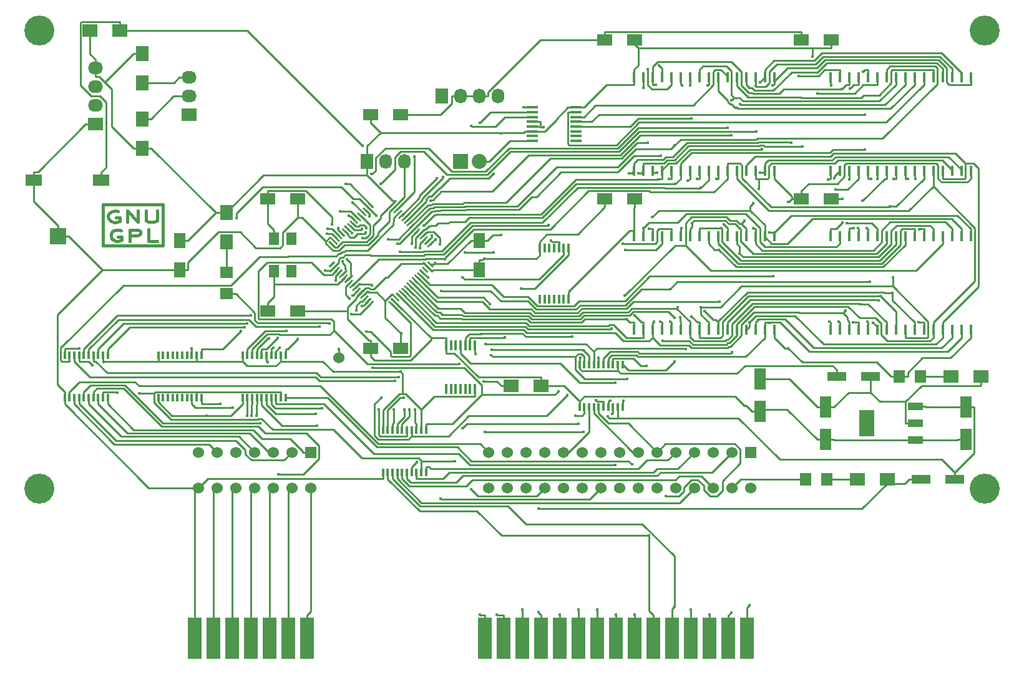
<source format=gtl>
G04 #@! TF.FileFunction,Copper,L1,Top,Signal*
%FSLAX46Y46*%
G04 Gerber Fmt 4.6, Leading zero omitted, Abs format (unit mm)*
G04 Created by KiCad (PCBNEW 4.0.2+dfsg1-stable) date Thu 10 Jan 2019 07:28:03 CET*
%MOMM*%
G01*
G04 APERTURE LIST*
%ADD10C,0.100000*%
%ADD11C,0.381000*%
%ADD12R,1.930400X5.588000*%
%ADD13R,2.032000X1.727200*%
%ADD14O,2.032000X1.727200*%
%ADD15C,1.524000*%
%ADD16R,1.524000X1.524000*%
%ADD17R,1.600200X2.999740*%
%ADD18R,2.000000X1.600000*%
%ADD19R,1.600000X2.000000*%
%ADD20R,1.597660X1.800860*%
%ADD21R,1.800860X1.597660*%
%ADD22R,1.727200X2.032000*%
%ADD23O,1.727200X2.032000*%
%ADD24R,2.598420X1.198880*%
%ADD25R,2.600960X1.198880*%
%ADD26C,4.064000*%
%ADD27R,2.000000X1.700000*%
%ADD28R,1.700000X2.000000*%
%ADD29R,2.180000X1.600000*%
%ADD30R,1.500000X0.450000*%
%ADD31R,0.400000X1.000000*%
%ADD32R,0.450000X1.450000*%
%ADD33R,0.400000X1.200000*%
%ADD34R,0.450000X1.400000*%
%ADD35R,1.399540X1.800860*%
%ADD36R,2.032000X3.657600*%
%ADD37R,2.032000X1.016000*%
%ADD38R,2.235200X2.235200*%
%ADD39R,2.032000X2.032000*%
%ADD40O,2.032000X2.032000*%
%ADD41C,0.400000*%
%ADD42C,0.250000*%
G04 APERTURE END LIST*
D10*
D11*
X103700580Y-80309720D02*
X103700580Y-81909920D01*
X103700580Y-81909920D02*
X104899460Y-81909920D01*
X101201220Y-81909920D02*
X101201220Y-80408780D01*
X101201220Y-80408780D02*
X102100380Y-80408780D01*
X102100380Y-80408780D02*
X102301040Y-80408780D01*
X102301040Y-80408780D02*
X102499160Y-80510380D01*
X102499160Y-80510380D02*
X102600760Y-80711040D01*
X102600760Y-80711040D02*
X102600760Y-80909160D01*
X102600760Y-80909160D02*
X102400100Y-81109820D01*
X102400100Y-81109820D02*
X102100380Y-81208880D01*
X102100380Y-81208880D02*
X101201220Y-81208880D01*
X99999800Y-80510380D02*
X99799140Y-80408780D01*
X99799140Y-80408780D02*
X99298760Y-80408780D01*
X99298760Y-80408780D02*
X98999040Y-80510380D01*
X98999040Y-80510380D02*
X98800920Y-80609440D01*
X98800920Y-80609440D02*
X98600260Y-80909160D01*
X98600260Y-80909160D02*
X98600260Y-81208880D01*
X98600260Y-81208880D02*
X98699320Y-81610200D01*
X98699320Y-81610200D02*
X98999040Y-81810860D01*
X98999040Y-81810860D02*
X99298760Y-81909920D01*
X99298760Y-81909920D02*
X99601020Y-81909920D01*
X99601020Y-81909920D02*
X100098860Y-81810860D01*
X100098860Y-81810860D02*
X100098860Y-81310480D01*
X100098860Y-81310480D02*
X99601020Y-81310480D01*
X103400860Y-77810360D02*
X103400860Y-79110840D01*
X103400860Y-79110840D02*
X103700580Y-79308960D01*
X103700580Y-79308960D02*
X104000300Y-79308960D01*
X104000300Y-79308960D02*
X104399080Y-79308960D01*
X104399080Y-79308960D02*
X104698800Y-79209900D01*
X104698800Y-79209900D02*
X104899460Y-79110840D01*
X104899460Y-79110840D02*
X104899460Y-77810360D01*
X100799900Y-79308960D02*
X100799900Y-77810360D01*
X100799900Y-77810360D02*
X102301040Y-79308960D01*
X102301040Y-79308960D02*
X102301040Y-77810360D01*
X99601020Y-77909420D02*
X99298760Y-77810360D01*
X99298760Y-77810360D02*
X98800920Y-77909420D01*
X98800920Y-77909420D02*
X98399600Y-78110080D01*
X98399600Y-78110080D02*
X98198940Y-78508860D01*
X98198940Y-78508860D02*
X98300540Y-78910180D01*
X98300540Y-78910180D02*
X98600260Y-79209900D01*
X98600260Y-79209900D02*
X99100640Y-79410560D01*
X99100640Y-79410560D02*
X99799140Y-79209900D01*
X99799140Y-79209900D02*
X99799140Y-78709520D01*
X99799140Y-78709520D02*
X99298760Y-78709520D01*
X97536000Y-76962000D02*
X105664000Y-76962000D01*
X105664000Y-76962000D02*
X105664000Y-82550000D01*
X105664000Y-82550000D02*
X97536000Y-82550000D01*
X97536000Y-82550000D02*
X97536000Y-76962000D01*
D12*
X184912000Y-135890000D03*
X182372000Y-135890000D03*
X179832000Y-135890000D03*
X177292000Y-135890000D03*
X174752000Y-135890000D03*
X172212000Y-135890000D03*
X169672000Y-135890000D03*
X167132000Y-135890000D03*
X164592000Y-135890000D03*
X162052000Y-135890000D03*
X159512000Y-135890000D03*
X156972000Y-135890000D03*
X154432000Y-135890000D03*
X151892000Y-135890000D03*
X149352000Y-135890000D03*
D13*
X96520000Y-66040000D03*
D14*
X96520000Y-63500000D03*
X96520000Y-60960000D03*
X96520000Y-58420000D03*
D15*
X110490000Y-110604300D03*
X110490000Y-115455700D03*
X113030000Y-110604300D03*
X113030000Y-115455700D03*
X115570000Y-110604300D03*
X115570000Y-115455700D03*
X118110000Y-110604300D03*
X118110000Y-115455700D03*
X120650000Y-110604300D03*
X120650000Y-115455700D03*
X123190000Y-110604300D03*
X123190000Y-115455700D03*
D16*
X125730000Y-110604300D03*
D15*
X125730000Y-115455700D03*
D12*
X125222000Y-135890000D03*
X122682000Y-135890000D03*
X120142000Y-135890000D03*
X117602000Y-135890000D03*
X115062000Y-135890000D03*
X112522000Y-135890000D03*
X109982000Y-135890000D03*
D17*
X214630000Y-104480360D03*
X214630000Y-108879640D03*
X186690000Y-100670360D03*
X186690000Y-105069640D03*
D18*
X119920000Y-76200000D03*
X123920000Y-76200000D03*
X119920000Y-91440000D03*
X123920000Y-91440000D03*
X133890000Y-96520000D03*
X137890000Y-96520000D03*
D19*
X148590000Y-85820000D03*
X148590000Y-81820000D03*
D18*
X137890000Y-64770000D03*
X133890000Y-64770000D03*
D19*
X107950000Y-85820000D03*
X107950000Y-81820000D03*
D18*
X196310000Y-54610000D03*
X192310000Y-54610000D03*
X196310000Y-76200000D03*
X192310000Y-76200000D03*
X169640000Y-54610000D03*
X165640000Y-54610000D03*
X169640000Y-76200000D03*
X165640000Y-76200000D03*
D20*
X195729860Y-114300000D03*
X192890140Y-114300000D03*
X208429860Y-100330000D03*
X205590140Y-100330000D03*
D21*
X114300000Y-86210140D03*
X114300000Y-89049860D03*
D13*
X109220000Y-64770000D03*
D14*
X109220000Y-62230000D03*
X109220000Y-59690000D03*
D22*
X133350000Y-71120000D03*
D23*
X135890000Y-71120000D03*
X138430000Y-71120000D03*
D24*
X213121240Y-114300000D03*
D25*
X208518760Y-114300000D03*
D24*
X197088760Y-100330000D03*
D25*
X201691240Y-100330000D03*
D15*
X129540000Y-97790000D03*
D26*
X88900000Y-115570000D03*
X88900000Y-53340000D03*
X217170000Y-53340000D03*
X217170000Y-115570000D03*
D27*
X203930000Y-114300000D03*
X199930000Y-114300000D03*
X216630000Y-100330000D03*
X212630000Y-100330000D03*
X99790000Y-53340000D03*
X95790000Y-53340000D03*
X152940000Y-101600000D03*
X156940000Y-101600000D03*
D28*
X114300000Y-78010000D03*
X114300000Y-82010000D03*
X102870000Y-56420000D03*
X102870000Y-60420000D03*
X102870000Y-69310000D03*
X102870000Y-65310000D03*
D29*
X88107570Y-73657680D03*
X97312430Y-73662320D03*
D10*
G36*
X128307676Y-85530800D02*
X128130899Y-85354023D01*
X128838006Y-84646916D01*
X129014783Y-84823693D01*
X128307676Y-85530800D01*
X128307676Y-85530800D01*
G37*
G36*
X128661229Y-85884354D02*
X128484452Y-85707577D01*
X129191559Y-85000470D01*
X129368336Y-85177247D01*
X128661229Y-85884354D01*
X128661229Y-85884354D01*
G37*
G36*
X129014783Y-86237907D02*
X128838006Y-86061130D01*
X129545113Y-85354023D01*
X129721890Y-85530800D01*
X129014783Y-86237907D01*
X129014783Y-86237907D01*
G37*
G36*
X129368336Y-86591460D02*
X129191559Y-86414683D01*
X129898666Y-85707576D01*
X130075443Y-85884353D01*
X129368336Y-86591460D01*
X129368336Y-86591460D01*
G37*
G36*
X129721889Y-86945014D02*
X129545112Y-86768237D01*
X130252219Y-86061130D01*
X130428996Y-86237907D01*
X129721889Y-86945014D01*
X129721889Y-86945014D01*
G37*
G36*
X130075443Y-87298567D02*
X129898666Y-87121790D01*
X130605773Y-86414683D01*
X130782550Y-86591460D01*
X130075443Y-87298567D01*
X130075443Y-87298567D01*
G37*
G36*
X130428996Y-87652121D02*
X130252219Y-87475344D01*
X130959326Y-86768237D01*
X131136103Y-86945014D01*
X130428996Y-87652121D01*
X130428996Y-87652121D01*
G37*
G36*
X130782550Y-88005674D02*
X130605773Y-87828897D01*
X131312880Y-87121790D01*
X131489657Y-87298567D01*
X130782550Y-88005674D01*
X130782550Y-88005674D01*
G37*
G36*
X131136103Y-88359227D02*
X130959326Y-88182450D01*
X131666433Y-87475343D01*
X131843210Y-87652120D01*
X131136103Y-88359227D01*
X131136103Y-88359227D01*
G37*
G36*
X131489656Y-88712781D02*
X131312879Y-88536004D01*
X132019986Y-87828897D01*
X132196763Y-88005674D01*
X131489656Y-88712781D01*
X131489656Y-88712781D01*
G37*
G36*
X131843210Y-89066334D02*
X131666433Y-88889557D01*
X132373540Y-88182450D01*
X132550317Y-88359227D01*
X131843210Y-89066334D01*
X131843210Y-89066334D01*
G37*
G36*
X132196763Y-89419888D02*
X132019986Y-89243111D01*
X132727093Y-88536004D01*
X132903870Y-88712781D01*
X132196763Y-89419888D01*
X132196763Y-89419888D01*
G37*
G36*
X132550317Y-89773441D02*
X132373540Y-89596664D01*
X133080647Y-88889557D01*
X133257424Y-89066334D01*
X132550317Y-89773441D01*
X132550317Y-89773441D01*
G37*
G36*
X132903870Y-90126994D02*
X132727093Y-89950217D01*
X133434200Y-89243110D01*
X133610977Y-89419887D01*
X132903870Y-90126994D01*
X132903870Y-90126994D01*
G37*
G36*
X133257423Y-90480548D02*
X133080646Y-90303771D01*
X133787753Y-89596664D01*
X133964530Y-89773441D01*
X133257423Y-90480548D01*
X133257423Y-90480548D01*
G37*
G36*
X133610977Y-90834101D02*
X133434200Y-90657324D01*
X134141307Y-89950217D01*
X134318084Y-90126994D01*
X133610977Y-90834101D01*
X133610977Y-90834101D01*
G37*
G36*
X137075800Y-90657324D02*
X136899023Y-90834101D01*
X136191916Y-90126994D01*
X136368693Y-89950217D01*
X137075800Y-90657324D01*
X137075800Y-90657324D01*
G37*
G36*
X137429354Y-90303771D02*
X137252577Y-90480548D01*
X136545470Y-89773441D01*
X136722247Y-89596664D01*
X137429354Y-90303771D01*
X137429354Y-90303771D01*
G37*
G36*
X137782907Y-89950217D02*
X137606130Y-90126994D01*
X136899023Y-89419887D01*
X137075800Y-89243110D01*
X137782907Y-89950217D01*
X137782907Y-89950217D01*
G37*
G36*
X138136460Y-89596664D02*
X137959683Y-89773441D01*
X137252576Y-89066334D01*
X137429353Y-88889557D01*
X138136460Y-89596664D01*
X138136460Y-89596664D01*
G37*
G36*
X138490014Y-89243111D02*
X138313237Y-89419888D01*
X137606130Y-88712781D01*
X137782907Y-88536004D01*
X138490014Y-89243111D01*
X138490014Y-89243111D01*
G37*
G36*
X138843567Y-88889557D02*
X138666790Y-89066334D01*
X137959683Y-88359227D01*
X138136460Y-88182450D01*
X138843567Y-88889557D01*
X138843567Y-88889557D01*
G37*
G36*
X139197121Y-88536004D02*
X139020344Y-88712781D01*
X138313237Y-88005674D01*
X138490014Y-87828897D01*
X139197121Y-88536004D01*
X139197121Y-88536004D01*
G37*
G36*
X139550674Y-88182450D02*
X139373897Y-88359227D01*
X138666790Y-87652120D01*
X138843567Y-87475343D01*
X139550674Y-88182450D01*
X139550674Y-88182450D01*
G37*
G36*
X139904227Y-87828897D02*
X139727450Y-88005674D01*
X139020343Y-87298567D01*
X139197120Y-87121790D01*
X139904227Y-87828897D01*
X139904227Y-87828897D01*
G37*
G36*
X140257781Y-87475344D02*
X140081004Y-87652121D01*
X139373897Y-86945014D01*
X139550674Y-86768237D01*
X140257781Y-87475344D01*
X140257781Y-87475344D01*
G37*
G36*
X140611334Y-87121790D02*
X140434557Y-87298567D01*
X139727450Y-86591460D01*
X139904227Y-86414683D01*
X140611334Y-87121790D01*
X140611334Y-87121790D01*
G37*
G36*
X140964888Y-86768237D02*
X140788111Y-86945014D01*
X140081004Y-86237907D01*
X140257781Y-86061130D01*
X140964888Y-86768237D01*
X140964888Y-86768237D01*
G37*
G36*
X141318441Y-86414683D02*
X141141664Y-86591460D01*
X140434557Y-85884353D01*
X140611334Y-85707576D01*
X141318441Y-86414683D01*
X141318441Y-86414683D01*
G37*
G36*
X141671994Y-86061130D02*
X141495217Y-86237907D01*
X140788110Y-85530800D01*
X140964887Y-85354023D01*
X141671994Y-86061130D01*
X141671994Y-86061130D01*
G37*
G36*
X142025548Y-85707577D02*
X141848771Y-85884354D01*
X141141664Y-85177247D01*
X141318441Y-85000470D01*
X142025548Y-85707577D01*
X142025548Y-85707577D01*
G37*
G36*
X142379101Y-85354023D02*
X142202324Y-85530800D01*
X141495217Y-84823693D01*
X141671994Y-84646916D01*
X142379101Y-85354023D01*
X142379101Y-85354023D01*
G37*
G36*
X141671994Y-82773084D02*
X141495217Y-82596307D01*
X142202324Y-81889200D01*
X142379101Y-82065977D01*
X141671994Y-82773084D01*
X141671994Y-82773084D01*
G37*
G36*
X141318441Y-82419530D02*
X141141664Y-82242753D01*
X141848771Y-81535646D01*
X142025548Y-81712423D01*
X141318441Y-82419530D01*
X141318441Y-82419530D01*
G37*
G36*
X140964887Y-82065977D02*
X140788110Y-81889200D01*
X141495217Y-81182093D01*
X141671994Y-81358870D01*
X140964887Y-82065977D01*
X140964887Y-82065977D01*
G37*
G36*
X140611334Y-81712424D02*
X140434557Y-81535647D01*
X141141664Y-80828540D01*
X141318441Y-81005317D01*
X140611334Y-81712424D01*
X140611334Y-81712424D01*
G37*
G36*
X140257781Y-81358870D02*
X140081004Y-81182093D01*
X140788111Y-80474986D01*
X140964888Y-80651763D01*
X140257781Y-81358870D01*
X140257781Y-81358870D01*
G37*
G36*
X139904227Y-81005317D02*
X139727450Y-80828540D01*
X140434557Y-80121433D01*
X140611334Y-80298210D01*
X139904227Y-81005317D01*
X139904227Y-81005317D01*
G37*
G36*
X139550674Y-80651763D02*
X139373897Y-80474986D01*
X140081004Y-79767879D01*
X140257781Y-79944656D01*
X139550674Y-80651763D01*
X139550674Y-80651763D01*
G37*
G36*
X139197120Y-80298210D02*
X139020343Y-80121433D01*
X139727450Y-79414326D01*
X139904227Y-79591103D01*
X139197120Y-80298210D01*
X139197120Y-80298210D01*
G37*
G36*
X138843567Y-79944657D02*
X138666790Y-79767880D01*
X139373897Y-79060773D01*
X139550674Y-79237550D01*
X138843567Y-79944657D01*
X138843567Y-79944657D01*
G37*
G36*
X138490014Y-79591103D02*
X138313237Y-79414326D01*
X139020344Y-78707219D01*
X139197121Y-78883996D01*
X138490014Y-79591103D01*
X138490014Y-79591103D01*
G37*
G36*
X138136460Y-79237550D02*
X137959683Y-79060773D01*
X138666790Y-78353666D01*
X138843567Y-78530443D01*
X138136460Y-79237550D01*
X138136460Y-79237550D01*
G37*
G36*
X137782907Y-78883996D02*
X137606130Y-78707219D01*
X138313237Y-78000112D01*
X138490014Y-78176889D01*
X137782907Y-78883996D01*
X137782907Y-78883996D01*
G37*
G36*
X137429353Y-78530443D02*
X137252576Y-78353666D01*
X137959683Y-77646559D01*
X138136460Y-77823336D01*
X137429353Y-78530443D01*
X137429353Y-78530443D01*
G37*
G36*
X137075800Y-78176890D02*
X136899023Y-78000113D01*
X137606130Y-77293006D01*
X137782907Y-77469783D01*
X137075800Y-78176890D01*
X137075800Y-78176890D01*
G37*
G36*
X136722247Y-77823336D02*
X136545470Y-77646559D01*
X137252577Y-76939452D01*
X137429354Y-77116229D01*
X136722247Y-77823336D01*
X136722247Y-77823336D01*
G37*
G36*
X136368693Y-77469783D02*
X136191916Y-77293006D01*
X136899023Y-76585899D01*
X137075800Y-76762676D01*
X136368693Y-77469783D01*
X136368693Y-77469783D01*
G37*
G36*
X134318084Y-77293006D02*
X134141307Y-77469783D01*
X133434200Y-76762676D01*
X133610977Y-76585899D01*
X134318084Y-77293006D01*
X134318084Y-77293006D01*
G37*
G36*
X133964530Y-77646559D02*
X133787753Y-77823336D01*
X133080646Y-77116229D01*
X133257423Y-76939452D01*
X133964530Y-77646559D01*
X133964530Y-77646559D01*
G37*
G36*
X133610977Y-78000113D02*
X133434200Y-78176890D01*
X132727093Y-77469783D01*
X132903870Y-77293006D01*
X133610977Y-78000113D01*
X133610977Y-78000113D01*
G37*
G36*
X133257424Y-78353666D02*
X133080647Y-78530443D01*
X132373540Y-77823336D01*
X132550317Y-77646559D01*
X133257424Y-78353666D01*
X133257424Y-78353666D01*
G37*
G36*
X132903870Y-78707219D02*
X132727093Y-78883996D01*
X132019986Y-78176889D01*
X132196763Y-78000112D01*
X132903870Y-78707219D01*
X132903870Y-78707219D01*
G37*
G36*
X132550317Y-79060773D02*
X132373540Y-79237550D01*
X131666433Y-78530443D01*
X131843210Y-78353666D01*
X132550317Y-79060773D01*
X132550317Y-79060773D01*
G37*
G36*
X132196763Y-79414326D02*
X132019986Y-79591103D01*
X131312879Y-78883996D01*
X131489656Y-78707219D01*
X132196763Y-79414326D01*
X132196763Y-79414326D01*
G37*
G36*
X131843210Y-79767880D02*
X131666433Y-79944657D01*
X130959326Y-79237550D01*
X131136103Y-79060773D01*
X131843210Y-79767880D01*
X131843210Y-79767880D01*
G37*
G36*
X131489657Y-80121433D02*
X131312880Y-80298210D01*
X130605773Y-79591103D01*
X130782550Y-79414326D01*
X131489657Y-80121433D01*
X131489657Y-80121433D01*
G37*
G36*
X131136103Y-80474986D02*
X130959326Y-80651763D01*
X130252219Y-79944656D01*
X130428996Y-79767879D01*
X131136103Y-80474986D01*
X131136103Y-80474986D01*
G37*
G36*
X130782550Y-80828540D02*
X130605773Y-81005317D01*
X129898666Y-80298210D01*
X130075443Y-80121433D01*
X130782550Y-80828540D01*
X130782550Y-80828540D01*
G37*
G36*
X130428996Y-81182093D02*
X130252219Y-81358870D01*
X129545112Y-80651763D01*
X129721889Y-80474986D01*
X130428996Y-81182093D01*
X130428996Y-81182093D01*
G37*
G36*
X130075443Y-81535647D02*
X129898666Y-81712424D01*
X129191559Y-81005317D01*
X129368336Y-80828540D01*
X130075443Y-81535647D01*
X130075443Y-81535647D01*
G37*
G36*
X129721890Y-81889200D02*
X129545113Y-82065977D01*
X128838006Y-81358870D01*
X129014783Y-81182093D01*
X129721890Y-81889200D01*
X129721890Y-81889200D01*
G37*
G36*
X129368336Y-82242753D02*
X129191559Y-82419530D01*
X128484452Y-81712423D01*
X128661229Y-81535646D01*
X129368336Y-82242753D01*
X129368336Y-82242753D01*
G37*
G36*
X129014783Y-82596307D02*
X128838006Y-82773084D01*
X128130899Y-82065977D01*
X128307676Y-81889200D01*
X129014783Y-82596307D01*
X129014783Y-82596307D01*
G37*
D30*
X155800000Y-63765000D03*
X155800000Y-64415000D03*
X155800000Y-65065000D03*
X155800000Y-65715000D03*
X155800000Y-66365000D03*
X155800000Y-67015000D03*
X155800000Y-67665000D03*
X155800000Y-68315000D03*
X161700000Y-68315000D03*
X161700000Y-67665000D03*
X161700000Y-67015000D03*
X161700000Y-66365000D03*
X161700000Y-65715000D03*
X161700000Y-65065000D03*
X161700000Y-64415000D03*
X161700000Y-63765000D03*
D31*
X98175000Y-97430000D03*
X97525000Y-97430000D03*
X96875000Y-97430000D03*
X96225000Y-97430000D03*
X95575000Y-97430000D03*
X94925000Y-97430000D03*
X94275000Y-97430000D03*
X93625000Y-97430000D03*
X92975000Y-97430000D03*
X92325000Y-97430000D03*
X92325000Y-103230000D03*
X92975000Y-103230000D03*
X93625000Y-103230000D03*
X94275000Y-103230000D03*
X94925000Y-103230000D03*
X95575000Y-103230000D03*
X96225000Y-103230000D03*
X96875000Y-103230000D03*
X97525000Y-103230000D03*
X98175000Y-103230000D03*
X141355000Y-107590000D03*
X140705000Y-107590000D03*
X140055000Y-107590000D03*
X139405000Y-107590000D03*
X138755000Y-107590000D03*
X138105000Y-107590000D03*
X137455000Y-107590000D03*
X136805000Y-107590000D03*
X136155000Y-107590000D03*
X135505000Y-107590000D03*
X135505000Y-113390000D03*
X136155000Y-113390000D03*
X136805000Y-113390000D03*
X137455000Y-113390000D03*
X138105000Y-113390000D03*
X138755000Y-113390000D03*
X139405000Y-113390000D03*
X140055000Y-113390000D03*
X140705000Y-113390000D03*
X141355000Y-113390000D03*
X122305000Y-97430000D03*
X121655000Y-97430000D03*
X121005000Y-97430000D03*
X120355000Y-97430000D03*
X119705000Y-97430000D03*
X119055000Y-97430000D03*
X118405000Y-97430000D03*
X117755000Y-97430000D03*
X117105000Y-97430000D03*
X116455000Y-97430000D03*
X116455000Y-103230000D03*
X117105000Y-103230000D03*
X117755000Y-103230000D03*
X118405000Y-103230000D03*
X119055000Y-103230000D03*
X119705000Y-103230000D03*
X120355000Y-103230000D03*
X121005000Y-103230000D03*
X121655000Y-103230000D03*
X122305000Y-103230000D03*
D32*
X148000000Y-96110000D03*
X147350000Y-96110000D03*
X146700000Y-96110000D03*
X146050000Y-96110000D03*
X145400000Y-96110000D03*
X144750000Y-96110000D03*
X144100000Y-96110000D03*
X144100000Y-102010000D03*
X144750000Y-102010000D03*
X145400000Y-102010000D03*
X146050000Y-102010000D03*
X146700000Y-102010000D03*
X147350000Y-102010000D03*
X148000000Y-102010000D03*
D31*
X110875000Y-97430000D03*
X110225000Y-97430000D03*
X109575000Y-97430000D03*
X108925000Y-97430000D03*
X108275000Y-97430000D03*
X107625000Y-97430000D03*
X106975000Y-97430000D03*
X106325000Y-97430000D03*
X105675000Y-97430000D03*
X105025000Y-97430000D03*
X105025000Y-103230000D03*
X105675000Y-103230000D03*
X106325000Y-103230000D03*
X106975000Y-103230000D03*
X107625000Y-103230000D03*
X108275000Y-103230000D03*
X108925000Y-103230000D03*
X109575000Y-103230000D03*
X110225000Y-103230000D03*
X110875000Y-103230000D03*
D33*
X160700000Y-82910000D03*
X160050000Y-82910000D03*
X159400000Y-82910000D03*
X158750000Y-82910000D03*
X158100000Y-82910000D03*
X157450000Y-82910000D03*
X156800000Y-82910000D03*
X156800000Y-89810000D03*
X157450000Y-89810000D03*
X158100000Y-89810000D03*
X158750000Y-89810000D03*
X159400000Y-89810000D03*
X160050000Y-89810000D03*
X160700000Y-89810000D03*
D31*
X168025000Y-98700000D03*
X167375000Y-98700000D03*
X166725000Y-98700000D03*
X166075000Y-98700000D03*
X165425000Y-98700000D03*
X164775000Y-98700000D03*
X164125000Y-98700000D03*
X163475000Y-98700000D03*
X162825000Y-98700000D03*
X162175000Y-98700000D03*
X162175000Y-104500000D03*
X162825000Y-104500000D03*
X163475000Y-104500000D03*
X164125000Y-104500000D03*
X164775000Y-104500000D03*
X165425000Y-104500000D03*
X166075000Y-104500000D03*
X166725000Y-104500000D03*
X167375000Y-104500000D03*
X168025000Y-104500000D03*
D34*
X196215000Y-59670000D03*
X196215000Y-72410000D03*
X197485000Y-59670000D03*
X197485000Y-72410000D03*
X198755000Y-59670000D03*
X198755000Y-72410000D03*
X200025000Y-59670000D03*
X200025000Y-72410000D03*
X201295000Y-59670000D03*
X201295000Y-72410000D03*
X202565000Y-59670000D03*
X202565000Y-72410000D03*
X203835000Y-59670000D03*
X203835000Y-72410000D03*
X205105000Y-59670000D03*
X205105000Y-72410000D03*
X206375000Y-59670000D03*
X206375000Y-72410000D03*
X207645000Y-59670000D03*
X207645000Y-72410000D03*
X208915000Y-59670000D03*
X208915000Y-72410000D03*
X210185000Y-59670000D03*
X210185000Y-72410000D03*
X211455000Y-59670000D03*
X211455000Y-72410000D03*
X212725000Y-59670000D03*
X212725000Y-72410000D03*
X213995000Y-59670000D03*
X213995000Y-72410000D03*
X215265000Y-59670000D03*
X215265000Y-72410000D03*
X196215000Y-81260000D03*
X196215000Y-94000000D03*
X197485000Y-81260000D03*
X197485000Y-94000000D03*
X198755000Y-81260000D03*
X198755000Y-94000000D03*
X200025000Y-81260000D03*
X200025000Y-94000000D03*
X201295000Y-81260000D03*
X201295000Y-94000000D03*
X202565000Y-81260000D03*
X202565000Y-94000000D03*
X203835000Y-81260000D03*
X203835000Y-94000000D03*
X205105000Y-81260000D03*
X205105000Y-94000000D03*
X206375000Y-81260000D03*
X206375000Y-94000000D03*
X207645000Y-81260000D03*
X207645000Y-94000000D03*
X208915000Y-81260000D03*
X208915000Y-94000000D03*
X210185000Y-81260000D03*
X210185000Y-94000000D03*
X211455000Y-81260000D03*
X211455000Y-94000000D03*
X212725000Y-81260000D03*
X212725000Y-94000000D03*
X213995000Y-81260000D03*
X213995000Y-94000000D03*
X215265000Y-81260000D03*
X215265000Y-94000000D03*
X169545000Y-59670000D03*
X169545000Y-72410000D03*
X170815000Y-59670000D03*
X170815000Y-72410000D03*
X172085000Y-59670000D03*
X172085000Y-72410000D03*
X173355000Y-59670000D03*
X173355000Y-72410000D03*
X174625000Y-59670000D03*
X174625000Y-72410000D03*
X175895000Y-59670000D03*
X175895000Y-72410000D03*
X177165000Y-59670000D03*
X177165000Y-72410000D03*
X178435000Y-59670000D03*
X178435000Y-72410000D03*
X179705000Y-59670000D03*
X179705000Y-72410000D03*
X180975000Y-59670000D03*
X180975000Y-72410000D03*
X182245000Y-59670000D03*
X182245000Y-72410000D03*
X183515000Y-59670000D03*
X183515000Y-72410000D03*
X184785000Y-59670000D03*
X184785000Y-72410000D03*
X186055000Y-59670000D03*
X186055000Y-72410000D03*
X187325000Y-59670000D03*
X187325000Y-72410000D03*
X188595000Y-59670000D03*
X188595000Y-72410000D03*
X169545000Y-81260000D03*
X169545000Y-94000000D03*
X170815000Y-81260000D03*
X170815000Y-94000000D03*
X172085000Y-81260000D03*
X172085000Y-94000000D03*
X173355000Y-81260000D03*
X173355000Y-94000000D03*
X174625000Y-81260000D03*
X174625000Y-94000000D03*
X175895000Y-81260000D03*
X175895000Y-94000000D03*
X177165000Y-81260000D03*
X177165000Y-94000000D03*
X178435000Y-81260000D03*
X178435000Y-94000000D03*
X179705000Y-81260000D03*
X179705000Y-94000000D03*
X180975000Y-81260000D03*
X180975000Y-94000000D03*
X182245000Y-81260000D03*
X182245000Y-94000000D03*
X183515000Y-81260000D03*
X183515000Y-94000000D03*
X184785000Y-81260000D03*
X184785000Y-94000000D03*
X186055000Y-81260000D03*
X186055000Y-94000000D03*
X187325000Y-81260000D03*
X187325000Y-94000000D03*
X188595000Y-81260000D03*
X188595000Y-94000000D03*
D35*
X120721120Y-81620360D03*
X120721120Y-86019640D03*
X123118880Y-86019640D03*
X123118880Y-81620360D03*
D36*
X201168000Y-106680000D03*
D37*
X207772000Y-106680000D03*
X207772000Y-104394000D03*
X207772000Y-108966000D03*
D17*
X195580000Y-104480360D03*
X195580000Y-108879640D03*
D22*
X143510000Y-62230000D03*
D23*
X146050000Y-62230000D03*
X148590000Y-62230000D03*
X151130000Y-62230000D03*
D15*
X149860000Y-110604300D03*
X149860000Y-115455700D03*
X152400000Y-110604300D03*
X152400000Y-115455700D03*
X154940000Y-110604300D03*
X154940000Y-115455700D03*
X157480000Y-110604300D03*
X157480000Y-115455700D03*
X160020000Y-110604300D03*
X160020000Y-115455700D03*
X162560000Y-110604300D03*
X162560000Y-115455700D03*
X165100000Y-110604300D03*
X165100000Y-115455700D03*
X167640000Y-110604300D03*
X167640000Y-115455700D03*
X170180000Y-110604300D03*
X170180000Y-115455700D03*
X172720000Y-110604300D03*
X172720000Y-115455700D03*
X175260000Y-110604300D03*
X175260000Y-115455700D03*
X177800000Y-110604300D03*
X177800000Y-115455700D03*
X180340000Y-110604300D03*
X180340000Y-115455700D03*
X182880000Y-110604300D03*
X182880000Y-115455700D03*
D16*
X185420000Y-110604300D03*
D15*
X185420000Y-115455700D03*
D38*
X91440000Y-81280000D03*
D39*
X146050000Y-71120000D03*
D40*
X148590000Y-71120000D03*
D41*
X102415000Y-102576000D03*
X99489500Y-102494600D03*
X166040800Y-105763800D03*
X162721200Y-107829200D03*
X149315100Y-107829200D03*
X145297900Y-111846400D03*
X182756800Y-132385900D03*
X184587000Y-104300000D03*
X190504800Y-96464200D03*
X190504800Y-76628900D03*
X111623400Y-105651300D03*
X149239600Y-84270000D03*
X162266900Y-97776100D03*
X197862200Y-76200000D03*
X160899000Y-88706400D03*
X193830200Y-56903100D03*
X196320700Y-60789300D03*
X151539300Y-81088500D03*
X151539300Y-67305200D03*
X197862200Y-79426800D03*
X137992700Y-94500000D03*
X142550100Y-84900500D03*
X97637300Y-98350900D03*
X94342900Y-96503600D03*
X137887500Y-99672800D03*
X140145700Y-111893800D03*
X146267400Y-107370300D03*
X162005900Y-106757200D03*
X173876400Y-116598200D03*
X166392200Y-103596900D03*
X166625800Y-105424500D03*
X168112400Y-103587300D03*
X156659500Y-118298000D03*
X179832000Y-132658800D03*
X177292000Y-131943400D03*
X175115400Y-131527700D03*
X171574300Y-121940000D03*
X169312400Y-112273200D03*
X169672000Y-132686200D03*
X167060300Y-112327300D03*
X167132000Y-132666500D03*
X143311500Y-116934000D03*
X126605600Y-106988400D03*
X164592000Y-131943400D03*
X162052000Y-132019900D03*
X164443300Y-103545300D03*
X159512000Y-132667300D03*
X161602500Y-105611200D03*
X156611400Y-132346400D03*
X147495000Y-115597100D03*
X126405100Y-105404900D03*
X127233100Y-104656000D03*
X154432000Y-131943400D03*
X115149900Y-104533100D03*
X150932000Y-132673100D03*
X113432600Y-104003100D03*
X148675000Y-132673100D03*
X132647700Y-90767600D03*
X128303800Y-93108000D03*
X118900800Y-106627000D03*
X121318700Y-113646900D03*
X118332600Y-105622400D03*
X117705300Y-105622400D03*
X117105000Y-105622400D03*
X133238700Y-94201100D03*
X131262900Y-91868900D03*
X129424000Y-80201200D03*
X129540000Y-96600800D03*
X131877900Y-91343600D03*
X149164200Y-100954800D03*
X96108800Y-98809700D03*
X143210200Y-82367600D03*
X139787700Y-70452200D03*
X130431000Y-74187800D03*
X171405100Y-58561900D03*
X157974300Y-79754100D03*
X168029200Y-82285300D03*
X200660000Y-58890800D03*
X201164900Y-80147800D03*
X127684000Y-85916600D03*
X120055200Y-95121700D03*
X148082300Y-97242600D03*
X145858100Y-98607100D03*
X129147400Y-87257500D03*
X122419700Y-94092600D03*
X146328000Y-86816200D03*
X130672500Y-84413500D03*
X132750500Y-69020000D03*
X134139300Y-99135000D03*
X131006600Y-89749200D03*
X173460900Y-95529800D03*
X159301600Y-102335500D03*
X204327000Y-77185300D03*
X139875000Y-104773800D03*
X143888300Y-84388200D03*
X202774800Y-90021300D03*
X208221000Y-92974700D03*
X179176200Y-91436700D03*
X180759700Y-73511600D03*
X135249700Y-103177800D03*
X134034300Y-87944300D03*
X160522100Y-102865200D03*
X204612600Y-88973200D03*
X207736400Y-73515000D03*
X134977100Y-104773800D03*
X131417100Y-89279600D03*
X137868900Y-83366800D03*
X178631600Y-74695600D03*
X178640700Y-90875300D03*
X204697600Y-86829600D03*
X206719000Y-73515000D03*
X116724400Y-93660500D03*
X127991600Y-80218300D03*
X117096000Y-93116800D03*
X127934900Y-80922200D03*
X137627300Y-100413900D03*
X141659100Y-86883100D03*
X126882000Y-93567200D03*
X142616400Y-81711400D03*
X177378700Y-92146900D03*
X143576700Y-91895600D03*
X139132200Y-104773800D03*
X178169000Y-73515000D03*
X202983300Y-89402500D03*
X204772300Y-73516400D03*
X175041800Y-92331900D03*
X143031000Y-91074500D03*
X138428700Y-104773800D03*
X200193400Y-90470600D03*
X200579900Y-76466700D03*
X176833100Y-73767200D03*
X175512500Y-90929800D03*
X181200200Y-90174700D03*
X185225400Y-92931800D03*
X175077700Y-98276900D03*
X186458800Y-92601000D03*
X186516900Y-74854000D03*
X171283300Y-98907600D03*
X150050900Y-90466300D03*
X188487200Y-86686200D03*
X187966600Y-93056600D03*
X186693200Y-72635100D03*
X208309700Y-80323900D03*
X200896300Y-64713500D03*
X181735400Y-79677600D03*
X177373200Y-65238800D03*
X202588700Y-73515000D03*
X139971400Y-82821700D03*
X137001500Y-104773800D03*
X200935000Y-69479200D03*
X175824800Y-92298800D03*
X175195900Y-74174000D03*
X202030600Y-93042700D03*
X174456800Y-88456600D03*
X201603000Y-87478200D03*
X174464200Y-92875700D03*
X143438500Y-88688100D03*
X201715100Y-73489400D03*
X139446100Y-82316500D03*
X174290000Y-73515000D03*
X138338100Y-103198400D03*
X201218000Y-92889200D03*
X194457000Y-61846600D03*
X198462600Y-79477700D03*
X176020100Y-80155200D03*
X176077300Y-60778800D03*
X173240900Y-70324100D03*
X123946700Y-95207000D03*
X137468200Y-82311600D03*
X177418100Y-79469400D03*
X175124400Y-68911800D03*
X177165000Y-60798100D03*
X136249300Y-81688700D03*
X121458200Y-96414300D03*
X117612900Y-92045000D03*
X142123800Y-81206700D03*
X137182900Y-100948100D03*
X140573000Y-82836000D03*
X116242100Y-94146500D03*
X129660500Y-77845600D03*
X172985000Y-58099000D03*
X198884400Y-61227500D03*
X199963600Y-80154200D03*
X115654100Y-78820000D03*
X109575000Y-96511200D03*
X168364700Y-83102600D03*
X161237700Y-94900300D03*
X148876200Y-94518800D03*
X134596600Y-78455400D03*
X120677400Y-96452000D03*
X183513500Y-63844200D03*
X133712000Y-78571900D03*
X181210400Y-82459500D03*
X182792900Y-67577700D03*
X141972900Y-76397400D03*
X131410700Y-76683700D03*
X119843500Y-98348200D03*
X181408900Y-80201400D03*
X182267400Y-66493900D03*
X133959400Y-72834700D03*
X182806300Y-62790000D03*
X132758100Y-81485800D03*
X172911700Y-73518100D03*
X173173000Y-92877400D03*
X121226200Y-95084900D03*
X196886400Y-74911200D03*
X186910700Y-69417800D03*
X199323100Y-92974700D03*
X141058900Y-79794000D03*
X187961900Y-80747300D03*
X182899100Y-97051200D03*
X188398300Y-60791400D03*
X186161400Y-67032800D03*
X130888600Y-78444100D03*
X135210800Y-74121900D03*
X164775000Y-97746700D03*
X150504600Y-83460300D03*
X146651700Y-83460300D03*
X133249400Y-80175600D03*
X185764600Y-76810700D03*
X186690000Y-60385100D03*
X172076700Y-78672100D03*
X149421200Y-95899900D03*
X132649000Y-80285000D03*
X185761700Y-80138800D03*
X176631300Y-96580500D03*
X186076400Y-60867800D03*
X150263000Y-96642800D03*
X131301700Y-80876400D03*
X168342900Y-89336100D03*
X162734000Y-96750700D03*
X185267300Y-61118800D03*
X184562900Y-79132500D03*
X183923100Y-83594200D03*
X184973500Y-62298100D03*
X168655900Y-100641800D03*
X150203300Y-97432200D03*
X133175600Y-80792100D03*
X128617800Y-79664100D03*
X130040100Y-84666900D03*
X198313700Y-91351200D03*
X198762800Y-73534600D03*
X172321600Y-92868500D03*
X172720000Y-72635100D03*
X170815000Y-61096300D03*
X191931700Y-59480100D03*
X170887800Y-80145700D03*
X166504200Y-93809100D03*
X196773900Y-73386200D03*
X192438300Y-69104000D03*
X197387000Y-92891300D03*
X169687300Y-92025600D03*
X170186000Y-72676500D03*
X190878000Y-68545800D03*
X168547700Y-92527900D03*
X168912500Y-72676500D03*
X195930900Y-73540000D03*
X196109000Y-92868700D03*
X197737200Y-61320700D03*
X199363200Y-80180500D03*
X171463400Y-68582300D03*
X171583200Y-80234700D03*
X172580400Y-60695300D03*
X154585000Y-63765000D03*
X150516300Y-72798300D03*
X148663700Y-65868600D03*
X143644300Y-73216300D03*
X147506800Y-66265300D03*
X142805300Y-73413600D03*
X154245700Y-88404600D03*
X152022000Y-94978500D03*
X185268900Y-131345900D03*
X158284600Y-81881400D03*
X157314900Y-66419200D03*
X179538500Y-60777800D03*
X183985100Y-63343400D03*
X181101500Y-83109500D03*
X167002500Y-101167200D03*
D42*
X207772000Y-104394000D02*
X209113300Y-104394000D01*
X140705000Y-113390000D02*
X140705000Y-112564700D01*
X97525000Y-103230000D02*
X97525000Y-102404700D01*
X99399600Y-102404700D02*
X99489500Y-102494600D01*
X97525000Y-102404700D02*
X99399600Y-102404700D01*
X167375000Y-104500000D02*
X167375000Y-105325300D01*
X140725400Y-112544300D02*
X140705000Y-112564700D01*
X140725400Y-111846400D02*
X140725400Y-112544300D01*
X140725400Y-111846400D02*
X145297900Y-111846400D01*
X149315100Y-107829200D02*
X162721200Y-107829200D01*
X104466200Y-103879700D02*
X104466200Y-102576000D01*
X106763100Y-106176600D02*
X104466200Y-103879700D01*
X118521400Y-106176600D02*
X106763100Y-106176600D01*
X118648400Y-106049600D02*
X118521400Y-106176600D01*
X119066400Y-106049600D02*
X118648400Y-106049600D01*
X120544400Y-107527600D02*
X119066400Y-106049600D01*
X128794500Y-107527600D02*
X120544400Y-107527600D01*
X132635400Y-111368500D02*
X128794500Y-107527600D01*
X140363400Y-111368500D02*
X132635400Y-111368500D01*
X140725400Y-111730500D02*
X140363400Y-111368500D01*
X140725400Y-111846400D02*
X140725400Y-111730500D01*
X104466200Y-102576000D02*
X102415000Y-102576000D01*
X104637500Y-102404700D02*
X110225000Y-102404700D01*
X104466200Y-102576000D02*
X104637500Y-102404700D01*
X110225000Y-103230000D02*
X110225000Y-102517300D01*
X110225000Y-102517300D02*
X110225000Y-102404700D01*
X110225000Y-102404700D02*
X121655000Y-102404700D01*
X121655000Y-103230000D02*
X121655000Y-102404700D01*
X213121200Y-114300000D02*
X213121200Y-113375300D01*
X209199700Y-104480400D02*
X214630000Y-104480400D01*
X209113300Y-104394000D02*
X209199700Y-104480400D01*
X215755400Y-110741100D02*
X213121200Y-113375300D01*
X215755400Y-104480400D02*
X215755400Y-110741100D01*
X214630000Y-104480400D02*
X215755400Y-104480400D01*
X211333200Y-111587300D02*
X213121200Y-113375300D01*
X189376600Y-111587300D02*
X211333200Y-111587300D01*
X183739200Y-105949900D02*
X189376600Y-111587300D01*
X167375000Y-105949900D02*
X183739200Y-105949900D01*
X166226900Y-105949900D02*
X167375000Y-105949900D01*
X166040800Y-105763800D02*
X166226900Y-105949900D01*
X167375000Y-105949900D02*
X167375000Y-105325300D01*
X184035700Y-114300000D02*
X192890100Y-114300000D01*
X182880000Y-115455700D02*
X184035700Y-114300000D01*
X213418200Y-108966000D02*
X213504600Y-108879600D01*
X207772000Y-108966000D02*
X213418200Y-108966000D01*
X214630000Y-108879600D02*
X213504600Y-108879600D01*
X92325000Y-103230000D02*
X92325000Y-104055300D01*
X88107600Y-76504700D02*
X91440000Y-79837100D01*
X88107600Y-73657700D02*
X88107600Y-76504700D01*
X91440000Y-81280000D02*
X91440000Y-79837100D01*
X156800000Y-82910000D02*
X156800000Y-81984700D01*
X91440000Y-81280000D02*
X92882900Y-81280000D01*
X123920000Y-76200000D02*
X123920000Y-77325300D01*
X196791800Y-108966000D02*
X207772000Y-108966000D01*
X196705400Y-108879600D02*
X196791800Y-108966000D01*
X195580000Y-108879600D02*
X196705400Y-108879600D01*
X138430000Y-71120000D02*
X138430000Y-72461300D01*
X186690000Y-105069600D02*
X186690000Y-104772600D01*
X190347600Y-104772600D02*
X194454600Y-108879600D01*
X186690000Y-104772600D02*
X190347600Y-104772600D01*
X195580000Y-108879600D02*
X194454600Y-108879600D01*
X188595000Y-94000000D02*
X188595000Y-95025300D01*
X88686300Y-72532400D02*
X88107600Y-72532400D01*
X95178700Y-66040000D02*
X88686300Y-72532400D01*
X96520000Y-66040000D02*
X95178700Y-66040000D01*
X88107600Y-73657700D02*
X88107600Y-72532400D01*
X92325000Y-103230000D02*
X92325000Y-102404700D01*
X91314100Y-101393800D02*
X92325000Y-102404700D01*
X91314100Y-91928800D02*
X91314100Y-101393800D01*
X97422900Y-85820000D02*
X91314100Y-91928800D01*
X97422900Y-85820000D02*
X92882900Y-81280000D01*
X109982000Y-115455700D02*
X109982000Y-135890000D01*
X103725400Y-115455700D02*
X109982000Y-115455700D01*
X92325000Y-104055300D02*
X103725400Y-115455700D01*
X97422900Y-85820000D02*
X107950000Y-85820000D01*
X107950000Y-85820000D02*
X109075300Y-85820000D01*
X182372000Y-135890000D02*
X182372000Y-132770700D01*
X186690000Y-105069600D02*
X185564600Y-105069600D01*
X205590100Y-100330000D02*
X204466000Y-100330000D01*
X190033900Y-96464200D02*
X190504800Y-96464200D01*
X188595000Y-95025300D02*
X190033900Y-96464200D01*
X202508300Y-98372300D02*
X204466000Y-100330000D01*
X192412900Y-98372300D02*
X202508300Y-98372300D01*
X190504800Y-96464200D02*
X192412900Y-98372300D01*
X215265000Y-94000000D02*
X215265000Y-95025300D01*
X205590100Y-100330000D02*
X206714200Y-100330000D01*
X136987400Y-90038600D02*
X137571100Y-90622300D01*
X182756800Y-132385900D02*
X182372000Y-132770700D01*
X156940000Y-101600000D02*
X156940000Y-100424700D01*
X148503000Y-100424700D02*
X156940000Y-100424700D01*
X145238600Y-97160300D02*
X148503000Y-100424700D01*
X144100000Y-97160300D02*
X145238600Y-97160300D01*
X144100000Y-96110000D02*
X144100000Y-97160300D01*
X144100000Y-96110000D02*
X144100000Y-95059700D01*
X184795000Y-104300000D02*
X184587000Y-104300000D01*
X185564600Y-105069600D02*
X184795000Y-104300000D01*
X162175000Y-104500000D02*
X162175000Y-103674700D01*
X192310000Y-76200000D02*
X190984700Y-76200000D01*
X190984700Y-75825000D02*
X190984700Y-76200000D01*
X188595000Y-73435300D02*
X190984700Y-75825000D01*
X188595000Y-72410000D02*
X188595000Y-73435300D01*
X215265000Y-72410000D02*
X215265000Y-73435300D01*
X192310000Y-76200000D02*
X192310000Y-75074700D01*
X141583600Y-85442400D02*
X141000100Y-84858800D01*
X141583600Y-85442400D02*
X142167300Y-86026100D01*
X137571100Y-90622300D02*
X142043500Y-95094700D01*
X142078500Y-95059700D02*
X144100000Y-95059700D01*
X142043500Y-95094700D02*
X142078500Y-95059700D01*
X156940000Y-101600000D02*
X158265300Y-101600000D01*
X116455000Y-103230000D02*
X116455000Y-104055300D01*
X114859000Y-105651300D02*
X111623400Y-105651300D01*
X116455000Y-104055300D02*
X114859000Y-105651300D01*
X106874700Y-105651300D02*
X111623400Y-105651300D01*
X105025000Y-103801600D02*
X106874700Y-105651300D01*
X105025000Y-103230000D02*
X105025000Y-103801600D01*
X142043500Y-95343300D02*
X142043500Y-95094700D01*
X139270200Y-98116600D02*
X142043500Y-95343300D01*
X134361300Y-98116600D02*
X139270200Y-98116600D01*
X133890000Y-97645300D02*
X134361300Y-98116600D01*
X133890000Y-96520000D02*
X133890000Y-97645300D01*
X148590000Y-62230000D02*
X149778900Y-62230000D01*
X190555800Y-76628900D02*
X190504800Y-76628900D01*
X190984700Y-76200000D02*
X190555800Y-76628900D01*
X193254700Y-74130000D02*
X192310000Y-75074700D01*
X197174500Y-74130000D02*
X193254700Y-74130000D01*
X198129000Y-73175500D02*
X197174500Y-74130000D01*
X198129000Y-71650900D02*
X198129000Y-73175500D01*
X198395200Y-71384700D02*
X198129000Y-71650900D01*
X210561200Y-71384700D02*
X198395200Y-71384700D01*
X210820000Y-71643500D02*
X210561200Y-71384700D01*
X210820000Y-73455500D02*
X210820000Y-71643500D01*
X211291900Y-73927400D02*
X210820000Y-73455500D01*
X214772900Y-73927400D02*
X211291900Y-73927400D01*
X215265000Y-73435300D02*
X214772900Y-73927400D01*
X156800000Y-82910000D02*
X156800000Y-83835300D01*
X162842500Y-103007200D02*
X162175000Y-103674700D01*
X183294200Y-103007200D02*
X162842500Y-103007200D01*
X184587000Y-104300000D02*
X183294200Y-103007200D01*
X156365300Y-84270000D02*
X156800000Y-83835300D01*
X149239600Y-84270000D02*
X156365300Y-84270000D01*
X212515300Y-97775000D02*
X215265000Y-95025300D01*
X208707200Y-97775000D02*
X212515300Y-97775000D01*
X206714200Y-99768000D02*
X208707200Y-97775000D01*
X206714200Y-100330000D02*
X206714200Y-99768000D01*
X135505000Y-113390000D02*
X135505000Y-114215300D01*
X109982000Y-115455700D02*
X110490000Y-115455700D01*
X111730400Y-114215300D02*
X135505000Y-114215300D01*
X110490000Y-115455700D02*
X111730400Y-114215300D01*
X157738300Y-81046400D02*
X156800000Y-81984700D01*
X161918900Y-81046400D02*
X157738300Y-81046400D01*
X165640000Y-77325300D02*
X161918900Y-81046400D01*
X165640000Y-76200000D02*
X165640000Y-77325300D01*
X160100300Y-101600000D02*
X158265300Y-101600000D01*
X162175000Y-103674700D02*
X160100300Y-101600000D01*
X149014900Y-84494700D02*
X149239600Y-84270000D01*
X148590000Y-84494700D02*
X149014900Y-84494700D01*
X142373400Y-85820000D02*
X142167300Y-86026100D01*
X148590000Y-85820000D02*
X142373400Y-85820000D01*
X148590000Y-85820000D02*
X148590000Y-84494700D01*
X138430000Y-75938800D02*
X136987400Y-77381400D01*
X138430000Y-72461300D02*
X138430000Y-75938800D01*
X136987400Y-77381400D02*
X136403900Y-77964900D01*
X128926400Y-81977600D02*
X128342700Y-81393900D01*
X121920000Y-80734100D02*
X123942000Y-78712100D01*
X121920000Y-82481800D02*
X121920000Y-80734100D01*
X121555600Y-82846200D02*
X121920000Y-82481800D01*
X118289100Y-82846200D02*
X121555600Y-82846200D01*
X116127500Y-80684600D02*
X118289100Y-82846200D01*
X113226100Y-80684600D02*
X116127500Y-80684600D01*
X109075300Y-84835400D02*
X113226100Y-80684600D01*
X109075300Y-85820000D02*
X109075300Y-84835400D01*
X123942000Y-77347300D02*
X123920000Y-77325300D01*
X123942000Y-78712100D02*
X123942000Y-77347300D01*
X124569100Y-78712100D02*
X127796800Y-81939800D01*
X123942000Y-78712100D02*
X124569100Y-78712100D01*
X127796800Y-81939800D02*
X128342700Y-81393900D01*
X192310000Y-54610000D02*
X192310000Y-53484700D01*
X156878800Y-54610000D02*
X165640000Y-54610000D01*
X149778900Y-61709900D02*
X156878800Y-54610000D01*
X149778900Y-62230000D02*
X149778900Y-61709900D01*
X165640000Y-53484700D02*
X192310000Y-53484700D01*
X165640000Y-54610000D02*
X165640000Y-53484700D01*
X132461900Y-88977900D02*
X131878400Y-89561400D01*
X133890000Y-96520000D02*
X133890000Y-95394700D01*
X123920000Y-91440000D02*
X125245300Y-91440000D01*
X130699600Y-91440000D02*
X125245300Y-91440000D01*
X130699600Y-90901500D02*
X130699600Y-91440000D01*
X131878400Y-89722700D02*
X130699600Y-90901500D01*
X131878400Y-89561500D02*
X131878400Y-89722700D01*
X131878400Y-89561400D02*
X131878400Y-89561500D01*
X133608700Y-95394700D02*
X133890000Y-95394700D01*
X130699600Y-92485600D02*
X133608700Y-95394700D01*
X130699600Y-91440000D02*
X130699600Y-92485600D01*
X136403900Y-77965000D02*
X136403900Y-77964900D01*
X136403900Y-79210100D02*
X136403900Y-77965000D01*
X134900500Y-80713500D02*
X136403900Y-79210100D01*
X134900500Y-81068300D02*
X134900500Y-80713500D01*
X134601500Y-81367300D02*
X134900500Y-81068300D01*
X134601500Y-81383000D02*
X134601500Y-81367300D01*
X133766500Y-82218000D02*
X134601500Y-81383000D01*
X133750800Y-82218000D02*
X133766500Y-82218000D01*
X133505300Y-82463500D02*
X133750800Y-82218000D01*
X130258700Y-82463500D02*
X133505300Y-82463500D01*
X129521400Y-83200800D02*
X130258700Y-82463500D01*
X128733900Y-83200800D02*
X129521400Y-83200800D01*
X127796800Y-82263700D02*
X128733900Y-83200800D01*
X127796800Y-81939800D02*
X127796800Y-82263700D01*
X152736300Y-68315000D02*
X155800000Y-68315000D01*
X149931300Y-71120000D02*
X152736300Y-68315000D01*
X148590000Y-71120000D02*
X149931300Y-71120000D01*
X146050000Y-62230000D02*
X148590000Y-62230000D01*
X143361400Y-64770000D02*
X137890000Y-64770000D01*
X144861100Y-63270300D02*
X143361400Y-64770000D01*
X144861100Y-62230000D02*
X144861100Y-63270300D01*
X146050000Y-62230000D02*
X144861100Y-62230000D01*
X133162400Y-88277400D02*
X132461900Y-88977900D01*
X133624500Y-88277400D02*
X133162400Y-88277400D01*
X133816700Y-88469600D02*
X133624500Y-88277400D01*
X134252000Y-88469600D02*
X133816700Y-88469600D01*
X135881200Y-86840400D02*
X134252000Y-88469600D01*
X136115300Y-86840400D02*
X135881200Y-86840400D01*
X137971500Y-84984200D02*
X136115300Y-86840400D01*
X140874700Y-84984200D02*
X137971500Y-84984200D01*
X141000100Y-84858800D02*
X140874700Y-84984200D01*
X119920000Y-91440000D02*
X119920000Y-90314700D01*
X130340600Y-86856600D02*
X129756900Y-87440300D01*
X129707500Y-87440300D02*
X129756900Y-87440300D01*
X129707500Y-87440400D02*
X129707500Y-87440300D01*
X129365100Y-87782800D02*
X129707500Y-87440400D01*
X120721100Y-87782800D02*
X129365100Y-87782800D01*
X120721100Y-86019600D02*
X120721100Y-87782800D01*
X120721100Y-89513600D02*
X119920000Y-90314700D01*
X120721100Y-87782800D02*
X120721100Y-89513600D01*
X162175000Y-98700000D02*
X162175000Y-99112600D01*
X167375000Y-98700000D02*
X167375000Y-99525300D01*
X197088800Y-100330000D02*
X197088800Y-99405300D01*
X169640000Y-54610000D02*
X169640000Y-55172600D01*
X137890000Y-96520000D02*
X137890000Y-95394700D01*
X169545000Y-77420300D02*
X169545000Y-80234700D01*
X169640000Y-77325300D02*
X169545000Y-77420300D01*
X169640000Y-76200000D02*
X169640000Y-77325300D01*
X135505000Y-107590000D02*
X135505000Y-106764700D01*
X137341000Y-89685100D02*
X136757400Y-89101500D01*
X133890000Y-64770000D02*
X133890000Y-65895300D01*
X155800000Y-67015000D02*
X154724700Y-67015000D01*
X155800000Y-67015000D02*
X156875300Y-67015000D01*
X162175000Y-98700000D02*
X162175000Y-97874700D01*
X196310000Y-76200000D02*
X197635300Y-76200000D01*
X96520000Y-58420000D02*
X96520000Y-59608900D01*
X102870000Y-56420000D02*
X101694700Y-56420000D01*
X95790000Y-56501100D02*
X96520000Y-57231100D01*
X95790000Y-53340000D02*
X95790000Y-56501100D01*
X96520000Y-58420000D02*
X96520000Y-57231100D01*
X101694700Y-56420000D02*
X97773000Y-60341700D01*
X98740900Y-61309700D02*
X97773000Y-60341700D01*
X98740900Y-66356200D02*
X98740900Y-61309700D01*
X101694700Y-69310000D02*
X98740900Y-66356200D01*
X97040100Y-59608900D02*
X96520000Y-59608900D01*
X97773000Y-60341700D02*
X97040100Y-59608900D01*
X132815500Y-89331500D02*
X133399200Y-88747800D01*
X136757300Y-89101500D02*
X136757400Y-89101500D01*
X135824800Y-90034000D02*
X136757300Y-89101500D01*
X161162400Y-63765000D02*
X160624700Y-63765000D01*
X161162400Y-63765000D02*
X161700000Y-63765000D01*
X165845000Y-60695300D02*
X169545000Y-60695300D01*
X162775300Y-63765000D02*
X165845000Y-60695300D01*
X161700000Y-63765000D02*
X162775300Y-63765000D01*
X169545000Y-59670000D02*
X169545000Y-60695300D01*
X196310000Y-54610000D02*
X196310000Y-55735300D01*
X170202600Y-55735200D02*
X170202600Y-55735300D01*
X169640000Y-55172600D02*
X170202600Y-55735200D01*
X170202600Y-57987100D02*
X169545000Y-58644700D01*
X170202600Y-55735300D02*
X170202600Y-57987100D01*
X169545000Y-59670000D02*
X169545000Y-58644700D01*
X162175000Y-97868000D02*
X162266900Y-97776100D01*
X162175000Y-97874700D02*
X162175000Y-97868000D01*
X169545000Y-81260000D02*
X169545000Y-80526200D01*
X169545000Y-80526200D02*
X169545000Y-80234700D01*
X160720700Y-88884700D02*
X160899000Y-88706400D01*
X160700000Y-88884700D02*
X160720700Y-88884700D01*
X160700000Y-89810000D02*
X160700000Y-88884700D01*
X160899000Y-88635100D02*
X160899000Y-88706400D01*
X169007900Y-80526200D02*
X160899000Y-88635100D01*
X169545000Y-80526200D02*
X169007900Y-80526200D01*
X102282400Y-69310000D02*
X101694700Y-69310000D01*
X102282400Y-69310000D02*
X102870000Y-69310000D01*
X114300000Y-78010000D02*
X113712400Y-78010000D01*
X107950000Y-81820000D02*
X109075300Y-81820000D01*
X102870000Y-69310000D02*
X104045300Y-69310000D01*
X104045300Y-69310000D02*
X112815300Y-78080000D01*
X112885300Y-78010000D02*
X112815300Y-78080000D01*
X113712400Y-78010000D02*
X112885300Y-78010000D01*
X112815300Y-78080000D02*
X109075300Y-81820000D01*
X159077700Y-65312000D02*
X160624700Y-63765000D01*
X159077700Y-65400600D02*
X159077700Y-65312000D01*
X157463300Y-67015000D02*
X159077700Y-65400600D01*
X156875300Y-67015000D02*
X157463300Y-67015000D01*
X197635300Y-76200000D02*
X197862200Y-76200000D01*
X196215000Y-59670000D02*
X196215000Y-60695300D01*
X196226700Y-60695300D02*
X196215000Y-60695300D01*
X196320700Y-60789300D02*
X196226700Y-60695300D01*
X193830200Y-55735300D02*
X193830200Y-56903100D01*
X170202600Y-55735300D02*
X193830200Y-55735300D01*
X193830200Y-55735300D02*
X196310000Y-55735300D01*
X110225000Y-97430000D02*
X110225000Y-98255300D01*
X162175000Y-99244100D02*
X162175000Y-99112600D01*
X162456200Y-99525300D02*
X162175000Y-99244100D01*
X167375000Y-99525300D02*
X162456200Y-99525300D01*
X134710700Y-88919900D02*
X135824800Y-90034000D01*
X133630100Y-88919900D02*
X134710700Y-88919900D01*
X133624400Y-88914200D02*
X133630100Y-88919900D01*
X133565500Y-88914200D02*
X133624400Y-88914200D01*
X133399200Y-88747800D02*
X133565500Y-88914200D01*
X136633900Y-77027800D02*
X136050300Y-77611400D01*
X148590000Y-81820000D02*
X147464700Y-81820000D01*
X148590000Y-81820000D02*
X149715300Y-81820000D01*
X151539300Y-67184200D02*
X151539300Y-67305200D01*
X154555500Y-67184200D02*
X154724700Y-67015000D01*
X151539300Y-67184200D02*
X154555500Y-67184200D01*
X105025000Y-97430000D02*
X105025000Y-98142700D01*
X105025000Y-98142700D02*
X105025000Y-98255300D01*
X196528600Y-98845100D02*
X197088800Y-99405300D01*
X184656200Y-98845100D02*
X196528600Y-98845100D01*
X183589200Y-99912100D02*
X184656200Y-98845100D01*
X167761800Y-99912100D02*
X183589200Y-99912100D01*
X167375000Y-99525300D02*
X167761800Y-99912100D01*
X197054300Y-80234700D02*
X196215000Y-80234700D01*
X197862200Y-79426800D02*
X197054300Y-80234700D01*
X196215000Y-81260000D02*
X196215000Y-80234700D01*
X150446800Y-81088500D02*
X151539300Y-81088500D01*
X149715300Y-81820000D02*
X150446800Y-81088500D01*
X136633900Y-77027800D02*
X137217400Y-76444300D01*
X133350000Y-71120000D02*
X133350000Y-69778700D01*
X133350000Y-69013100D02*
X133350000Y-69778700D01*
X135178900Y-67184200D02*
X133350000Y-69013100D01*
X133890000Y-65895300D02*
X135178900Y-67184200D01*
X135178900Y-67184200D02*
X151539300Y-67184200D01*
X137890000Y-94602700D02*
X137992700Y-94500000D01*
X137890000Y-95394700D02*
X137890000Y-94602700D01*
X135824800Y-92332100D02*
X135824800Y-90034000D01*
X137992700Y-94500000D02*
X135824800Y-92332100D01*
X142361700Y-85088900D02*
X141937200Y-85088900D01*
X142550100Y-84900500D02*
X142361700Y-85088900D01*
X148000000Y-102010000D02*
X148000000Y-103060300D01*
X97525000Y-97430000D02*
X97525000Y-98142700D01*
X92325000Y-97430000D02*
X92325000Y-96604700D01*
X92426100Y-96503600D02*
X94342900Y-96503600D01*
X92325000Y-96604700D02*
X92426100Y-96503600D01*
X97637300Y-98255300D02*
X97637300Y-98350900D01*
X105025000Y-98255300D02*
X97637300Y-98255300D01*
X97525000Y-98143000D02*
X97525000Y-98142700D01*
X97637300Y-98255300D02*
X97525000Y-98143000D01*
X144296200Y-84988500D02*
X147464700Y-81820000D01*
X142638100Y-84988500D02*
X144296200Y-84988500D01*
X142550100Y-84900500D02*
X142638100Y-84988500D01*
X142467000Y-103060300D02*
X140705000Y-104822300D01*
X148000000Y-103060300D02*
X142467000Y-103060300D01*
X140705000Y-107590000D02*
X140705000Y-104822300D01*
X119306000Y-73004000D02*
X114300000Y-78010000D01*
X133350000Y-73004000D02*
X119306000Y-73004000D01*
X133350000Y-71120000D02*
X133350000Y-73004000D01*
X136790300Y-76444300D02*
X137217400Y-76444300D01*
X133350000Y-73004000D02*
X136790300Y-76444300D01*
X135187500Y-78474200D02*
X136050300Y-77611400D01*
X135187500Y-78826800D02*
X135187500Y-78474200D01*
X134225100Y-79789200D02*
X135187500Y-78826800D01*
X134225100Y-81090000D02*
X134225100Y-79789200D01*
X134151200Y-81163900D02*
X134225100Y-81090000D01*
X134151200Y-81196400D02*
X134151200Y-81163900D01*
X133579900Y-81767700D02*
X134151200Y-81196400D01*
X133547700Y-81767700D02*
X133579900Y-81767700D01*
X133302300Y-82013100D02*
X133547700Y-81767700D01*
X130058100Y-82013100D02*
X133302300Y-82013100D01*
X129320800Y-82750400D02*
X130058100Y-82013100D01*
X128992100Y-82750400D02*
X129320800Y-82750400D01*
X128572800Y-82331100D02*
X128992100Y-82750400D01*
X137722400Y-102673100D02*
X138152600Y-102673100D01*
X135505000Y-104890500D02*
X137722400Y-102673100D01*
X135505000Y-106764700D02*
X135505000Y-104890500D01*
X138555800Y-102673100D02*
X140705000Y-104822300D01*
X138152600Y-102673100D02*
X138555800Y-102673100D01*
X121655000Y-97430000D02*
X121655000Y-98255300D01*
X138152600Y-99937900D02*
X137887500Y-99672800D01*
X138152600Y-102673100D02*
X138152600Y-99937900D01*
X127327800Y-98255300D02*
X121655000Y-98255300D01*
X128745300Y-99672800D02*
X127327800Y-98255300D01*
X137887500Y-99672800D02*
X128745300Y-99672800D01*
X105025000Y-98255300D02*
X110225000Y-98255300D01*
X110225000Y-98255300D02*
X116455000Y-98255300D01*
X116455000Y-97430000D02*
X116455000Y-98142700D01*
X116455000Y-98142700D02*
X116455000Y-98255300D01*
X121022300Y-98888000D02*
X121655000Y-98255300D01*
X117087700Y-98888000D02*
X121022300Y-98888000D01*
X116455000Y-98255300D02*
X117087700Y-98888000D01*
X139238200Y-114698500D02*
X138755000Y-114215300D01*
X145431600Y-114698500D02*
X139238200Y-114698500D01*
X146365200Y-113764900D02*
X145431600Y-114698500D01*
X172736000Y-113764900D02*
X146365200Y-113764900D01*
X173186400Y-113314500D02*
X172736000Y-113764900D01*
X180169800Y-113314500D02*
X173186400Y-113314500D01*
X182880000Y-110604300D02*
X180169800Y-113314500D01*
X138755000Y-113390000D02*
X138755000Y-114215300D01*
X139405000Y-113390000D02*
X139405000Y-112564700D01*
X139474800Y-112564700D02*
X140145700Y-111893800D01*
X139405000Y-112564700D02*
X139474800Y-112564700D01*
X146880500Y-106757200D02*
X146267400Y-107370300D01*
X162005900Y-106757200D02*
X146880500Y-106757200D01*
X140055000Y-113390000D02*
X140055000Y-114215300D01*
X143650900Y-114215300D02*
X140055000Y-114215300D01*
X144551700Y-113314500D02*
X143650900Y-114215300D01*
X172231300Y-113314500D02*
X144551700Y-113314500D01*
X172681700Y-112864100D02*
X172231300Y-113314500D01*
X175540200Y-112864100D02*
X172681700Y-112864100D01*
X177800000Y-110604300D02*
X175540200Y-112864100D01*
X141730700Y-112564700D02*
X141355000Y-112564700D01*
X142030000Y-112864000D02*
X141730700Y-112564700D01*
X170199500Y-112864000D02*
X142030000Y-112864000D01*
X171371800Y-111691700D02*
X170199500Y-112864000D01*
X174172600Y-111691700D02*
X171371800Y-111691700D01*
X175260000Y-110604300D02*
X174172600Y-111691700D01*
X141355000Y-113390000D02*
X141355000Y-112564700D01*
X164775000Y-104500000D02*
X164775000Y-105325300D01*
X175655300Y-116598200D02*
X173876400Y-116598200D01*
X176347300Y-115906200D02*
X175655300Y-116598200D01*
X176347300Y-115365900D02*
X176347300Y-115906200D01*
X177385400Y-114327800D02*
X176347300Y-115365900D01*
X178241300Y-114327800D02*
X177385400Y-114327800D01*
X179070000Y-115156500D02*
X178241300Y-114327800D01*
X179070000Y-115732600D02*
X179070000Y-115156500D01*
X179880500Y-116543100D02*
X179070000Y-115732600D01*
X180847900Y-116543100D02*
X179880500Y-116543100D01*
X181610000Y-115781000D02*
X180847900Y-116543100D01*
X181610000Y-114510600D02*
X181610000Y-115781000D01*
X184006500Y-112114100D02*
X181610000Y-114510600D01*
X184006500Y-110189900D02*
X184006500Y-112114100D01*
X183307400Y-109490800D02*
X184006500Y-110189900D01*
X173833500Y-109490800D02*
X183307400Y-109490800D01*
X172720000Y-110604300D02*
X173833500Y-109490800D01*
X168816000Y-106700300D02*
X172720000Y-110604300D01*
X166150000Y-106700300D02*
X168816000Y-106700300D01*
X164775000Y-105325300D02*
X166150000Y-106700300D01*
X169404000Y-110604300D02*
X164125000Y-105325300D01*
X170180000Y-110604300D02*
X169404000Y-110604300D01*
X164125000Y-104500000D02*
X164125000Y-105325300D01*
X166075000Y-104500000D02*
X166075000Y-103674700D01*
X166152800Y-103596900D02*
X166392200Y-103596900D01*
X166075000Y-103674700D02*
X166152800Y-103596900D01*
X166725000Y-104500000D02*
X166725000Y-105325300D01*
X166625800Y-105424500D02*
X166725000Y-105325300D01*
X168025000Y-104500000D02*
X168025000Y-103674700D01*
X168025000Y-103674700D02*
X168112400Y-103587300D01*
X163475000Y-104500000D02*
X163475000Y-105325300D01*
X163475000Y-107818400D02*
X163475000Y-105325300D01*
X160689100Y-110604300D02*
X163475000Y-107818400D01*
X160020000Y-110604300D02*
X160689100Y-110604300D01*
X203930000Y-114300000D02*
X203930000Y-114887600D01*
X208518800Y-114300000D02*
X206893000Y-114300000D01*
X206305400Y-114887600D02*
X203930000Y-114887600D01*
X206893000Y-114300000D02*
X206305400Y-114887600D01*
X200519600Y-118298000D02*
X156659500Y-118298000D01*
X203930000Y-114887600D02*
X200519600Y-118298000D01*
X94337300Y-101042400D02*
X92975000Y-102404700D01*
X101878300Y-101042400D02*
X94337300Y-101042400D01*
X102454000Y-101618100D02*
X101878300Y-101042400D01*
X127006500Y-101618100D02*
X102454000Y-101618100D01*
X134849400Y-109461000D02*
X127006500Y-101618100D01*
X148716700Y-109461000D02*
X134849400Y-109461000D01*
X149860000Y-110604300D02*
X148716700Y-109461000D01*
X92975000Y-103230000D02*
X92975000Y-102404700D01*
X179832000Y-132658800D02*
X179832000Y-135890000D01*
X138105000Y-113390000D02*
X138105000Y-114215300D01*
X139071500Y-115181800D02*
X138105000Y-114215300D01*
X146813500Y-115181800D02*
X139071500Y-115181800D01*
X147667500Y-114327800D02*
X146813500Y-115181800D01*
X175212400Y-114327800D02*
X147667500Y-114327800D01*
X175662700Y-113877500D02*
X175212400Y-114327800D01*
X178761800Y-113877500D02*
X175662700Y-113877500D01*
X180340000Y-115455700D02*
X178761800Y-113877500D01*
X175784700Y-117471000D02*
X177800000Y-115455700D01*
X140700800Y-117471000D02*
X175784700Y-117471000D01*
X137455000Y-114225200D02*
X140700800Y-117471000D01*
X137455000Y-113390000D02*
X137455000Y-114225200D01*
X177292000Y-131943400D02*
X177292000Y-135890000D01*
X174752000Y-131891100D02*
X174752000Y-135890000D01*
X175115400Y-131527700D02*
X174752000Y-131891100D01*
X136805000Y-113390000D02*
X136805000Y-114215300D01*
X175115400Y-124736100D02*
X175115400Y-131527700D01*
X170722400Y-120343100D02*
X175115400Y-124736100D01*
X154929300Y-120343100D02*
X170722400Y-120343100D01*
X152507600Y-117921400D02*
X154929300Y-120343100D01*
X140511100Y-117921400D02*
X152507600Y-117921400D01*
X136805000Y-114215300D02*
X140511100Y-117921400D01*
X172212000Y-135890000D02*
X172212000Y-132770700D01*
X171574300Y-132133000D02*
X172212000Y-132770700D01*
X171574300Y-121940000D02*
X171574300Y-132133000D01*
X151612200Y-121940000D02*
X171574300Y-121940000D01*
X148276100Y-118603900D02*
X151612200Y-121940000D01*
X140513200Y-118603900D02*
X148276100Y-118603900D01*
X136155000Y-114245700D02*
X140513200Y-118603900D01*
X136155000Y-113390000D02*
X136155000Y-114245700D01*
X169672000Y-132686200D02*
X169672000Y-135890000D01*
X168829400Y-111790200D02*
X169312400Y-112273200D01*
X147515300Y-111790200D02*
X168829400Y-111790200D01*
X145636500Y-109911400D02*
X147515300Y-111790200D01*
X134662900Y-109911400D02*
X145636500Y-109911400D01*
X127981500Y-103230000D02*
X134662900Y-109911400D01*
X122305000Y-103230000D02*
X127981500Y-103230000D01*
X121005000Y-103230000D02*
X121005000Y-104055300D01*
X167132000Y-132666500D02*
X167132000Y-135890000D01*
X147321600Y-112327300D02*
X167060300Y-112327300D01*
X145806300Y-110812000D02*
X147321600Y-112327300D01*
X134290500Y-110812000D02*
X145806300Y-110812000D01*
X127533800Y-104055300D02*
X134290500Y-110812000D01*
X121005000Y-104055300D02*
X127533800Y-104055300D01*
X143371000Y-116993500D02*
X143311500Y-116934000D01*
X163562200Y-116993500D02*
X143371000Y-116993500D01*
X165100000Y-115455700D02*
X163562200Y-116993500D01*
X119055000Y-103230000D02*
X119055000Y-104055300D01*
X121856300Y-106988400D02*
X126605600Y-106988400D01*
X119055000Y-104187100D02*
X121856300Y-106988400D01*
X119055000Y-104055300D02*
X119055000Y-104187100D01*
X164592000Y-131943400D02*
X164592000Y-135890000D01*
X162052000Y-132019900D02*
X162052000Y-135890000D01*
X165425000Y-104500000D02*
X165425000Y-103674700D01*
X164572700Y-103674700D02*
X164443300Y-103545300D01*
X165425000Y-103674700D02*
X164572700Y-103674700D01*
X159512000Y-132667300D02*
X159512000Y-135890000D01*
X162539100Y-105611200D02*
X162825000Y-105325300D01*
X161602500Y-105611200D02*
X162539100Y-105611200D01*
X162825000Y-104500000D02*
X162825000Y-105325300D01*
X156972000Y-135890000D02*
X156972000Y-132770700D01*
X156611400Y-132410100D02*
X156611400Y-132346400D01*
X156972000Y-132770700D02*
X156611400Y-132410100D01*
X148441000Y-116543100D02*
X147495000Y-115597100D01*
X156392600Y-116543100D02*
X148441000Y-116543100D01*
X157480000Y-115455700D02*
X156392600Y-116543100D01*
X120951800Y-105404900D02*
X126405100Y-105404900D01*
X119705000Y-104158100D02*
X120951800Y-105404900D01*
X119705000Y-103230000D02*
X119705000Y-104158100D01*
X154432000Y-131943400D02*
X154432000Y-135890000D01*
X120881400Y-104656000D02*
X127233100Y-104656000D01*
X120355000Y-104129600D02*
X120881400Y-104656000D01*
X120355000Y-103230000D02*
X120355000Y-104129600D01*
X109575000Y-103230000D02*
X109575000Y-104055300D01*
X110052800Y-104533100D02*
X115149900Y-104533100D01*
X109575000Y-104055300D02*
X110052800Y-104533100D01*
X151029600Y-132770700D02*
X151892000Y-132770700D01*
X150932000Y-132673100D02*
X151029600Y-132770700D01*
X151892000Y-135890000D02*
X151892000Y-132770700D01*
X110875000Y-103230000D02*
X110875000Y-104055300D01*
X148772600Y-132770700D02*
X149352000Y-132770700D01*
X148675000Y-132673100D02*
X148772600Y-132770700D01*
X149352000Y-135890000D02*
X149352000Y-132770700D01*
X113380400Y-104055300D02*
X113432600Y-104003100D01*
X110875000Y-104055300D02*
X113380400Y-104055300D01*
X199930000Y-114300000D02*
X195729900Y-114300000D01*
X212630000Y-100330000D02*
X208429900Y-100330000D01*
X114300000Y-82010000D02*
X114300000Y-86210100D01*
X114300000Y-89049900D02*
X115525700Y-89049900D01*
X133522600Y-90038600D02*
X132938900Y-90622300D01*
X132793000Y-90622300D02*
X132647700Y-90767600D01*
X132938900Y-90622300D02*
X132793000Y-90622300D01*
X118138200Y-91662400D02*
X115525700Y-89049900D01*
X118138200Y-92656700D02*
X118138200Y-91662400D01*
X118497100Y-93015600D02*
X118138200Y-92656700D01*
X128211400Y-93015600D02*
X118497100Y-93015600D01*
X128303800Y-93108000D02*
X128211400Y-93015600D01*
X98175000Y-103230000D02*
X98175000Y-104055300D01*
X125730000Y-110604300D02*
X124642700Y-110604300D01*
X101689600Y-107569900D02*
X98175000Y-104055300D01*
X117933900Y-107569900D02*
X101689600Y-107569900D01*
X119132800Y-108768800D02*
X117933900Y-107569900D01*
X122943100Y-108768800D02*
X119132800Y-108768800D01*
X124642700Y-110468400D02*
X122943100Y-108768800D01*
X124642700Y-110604300D02*
X124642700Y-110468400D01*
X99275000Y-109055300D02*
X94275000Y-104055300D01*
X115584800Y-109055300D02*
X99275000Y-109055300D01*
X116840000Y-110310500D02*
X115584800Y-109055300D01*
X116840000Y-110880400D02*
X116840000Y-110310500D01*
X117657200Y-111697600D02*
X116840000Y-110880400D01*
X122096700Y-111697600D02*
X117657200Y-111697600D01*
X123190000Y-110604300D02*
X122096700Y-111697600D01*
X94275000Y-103230000D02*
X94275000Y-104055300D01*
X96875000Y-103230000D02*
X96875000Y-104055300D01*
X120013100Y-110604300D02*
X120650000Y-110604300D01*
X117429100Y-108020300D02*
X120013100Y-110604300D01*
X100840000Y-108020300D02*
X117429100Y-108020300D01*
X96875000Y-104055300D02*
X100840000Y-108020300D01*
X115976400Y-108470700D02*
X118110000Y-110604300D01*
X99990400Y-108470700D02*
X115976400Y-108470700D01*
X95575000Y-104055300D02*
X99990400Y-108470700D01*
X95575000Y-103230000D02*
X95575000Y-104055300D01*
X93625000Y-103230000D02*
X93625000Y-104055300D01*
X111931300Y-109505600D02*
X113030000Y-110604300D01*
X99075300Y-109505600D02*
X111931300Y-109505600D01*
X93625000Y-104055300D02*
X99075300Y-109505600D01*
X122682000Y-115963700D02*
X122682000Y-135890000D01*
X123190000Y-115455700D02*
X122682000Y-115963700D01*
X94925000Y-103230000D02*
X94925000Y-102404700D01*
X95825600Y-101504100D02*
X94925000Y-102404700D01*
X100515800Y-101504100D02*
X95825600Y-101504100D01*
X105638700Y-106627000D02*
X100515800Y-101504100D01*
X118900800Y-106627000D02*
X105638700Y-106627000D01*
X120142000Y-115963700D02*
X120142000Y-135890000D01*
X120650000Y-115455700D02*
X120142000Y-115963700D01*
X96225000Y-103230000D02*
X96225000Y-102404700D01*
X96675300Y-101954400D02*
X96225000Y-102404700D01*
X100329200Y-101954400D02*
X96675300Y-101954400D01*
X105452100Y-107077300D02*
X100329200Y-101954400D01*
X118608200Y-107077300D02*
X105452100Y-107077300D01*
X119508800Y-107977900D02*
X118608200Y-107077300D01*
X125130900Y-107977900D02*
X119508800Y-107977900D01*
X126825700Y-109672700D02*
X125130900Y-107977900D01*
X126825700Y-111496500D02*
X126825700Y-109672700D01*
X124675300Y-113646900D02*
X126825700Y-111496500D01*
X121318700Y-113646900D02*
X124675300Y-113646900D01*
X117602000Y-115963700D02*
X117602000Y-135890000D01*
X118110000Y-115455700D02*
X117602000Y-115963700D01*
X118405000Y-103230000D02*
X118405000Y-104055300D01*
X118332600Y-104127700D02*
X118332600Y-105622400D01*
X118405000Y-104055300D02*
X118332600Y-104127700D01*
X115062000Y-115963700D02*
X115062000Y-135890000D01*
X115570000Y-115455700D02*
X115062000Y-115963700D01*
X117755000Y-103230000D02*
X117755000Y-104055300D01*
X117705400Y-105622400D02*
X117705300Y-105622400D01*
X117705400Y-104104900D02*
X117705400Y-105622400D01*
X117755000Y-104055300D02*
X117705400Y-104104900D01*
X117105000Y-103230000D02*
X117105000Y-105622400D01*
X112522000Y-115963700D02*
X112522000Y-135890000D01*
X113030000Y-115455700D02*
X112522000Y-115963700D01*
X133848800Y-94201100D02*
X133238700Y-94201100D01*
X136564600Y-96916900D02*
X133848800Y-94201100D01*
X136564600Y-97518800D02*
X136564600Y-96916900D01*
X136691200Y-97645400D02*
X136564600Y-97518800D01*
X139092900Y-97645400D02*
X136691200Y-97645400D01*
X139280200Y-97458100D02*
X139092900Y-97645400D01*
X139280200Y-93038500D02*
X139280200Y-97458100D01*
X136633900Y-90392200D02*
X139280200Y-93038500D01*
X107125300Y-62230000D02*
X104045300Y-65310000D01*
X109220000Y-62230000D02*
X107125300Y-62230000D01*
X102870000Y-65310000D02*
X104045300Y-65310000D01*
X107148700Y-60420000D02*
X107878700Y-59690000D01*
X102870000Y-60420000D02*
X107148700Y-60420000D01*
X109220000Y-59690000D02*
X107878700Y-59690000D01*
X132399400Y-91868900D02*
X131262900Y-91868900D01*
X133876100Y-90392200D02*
X132399400Y-91868900D01*
X129424000Y-80312900D02*
X129424000Y-80201200D01*
X129403600Y-80333300D02*
X129424000Y-80312900D01*
X129987100Y-80916900D02*
X129403600Y-80333300D01*
X132682200Y-90171900D02*
X133169000Y-89685100D01*
X132452700Y-90171900D02*
X132682200Y-90171900D01*
X131877900Y-90746700D02*
X132452700Y-90171900D01*
X131877900Y-91343600D02*
X131877900Y-90746700D01*
X129540000Y-97790000D02*
X129540000Y-96600800D01*
X152940000Y-101600000D02*
X151614700Y-101600000D01*
X150969500Y-100954800D02*
X149164200Y-100954800D01*
X151614700Y-101600000D02*
X150969500Y-100954800D01*
X94275000Y-97430000D02*
X94275000Y-98255300D01*
X95554400Y-98255300D02*
X96108800Y-98809700D01*
X94275000Y-98255300D02*
X95554400Y-98255300D01*
X143210200Y-81476400D02*
X143210200Y-82367600D01*
X142411100Y-80677300D02*
X143210200Y-81476400D01*
X141581500Y-80677300D02*
X142411100Y-80677300D01*
X141489200Y-80769600D02*
X141581500Y-80677300D01*
X141377400Y-80769600D02*
X141489200Y-80769600D01*
X140876500Y-81270500D02*
X141377400Y-80769600D01*
X139787700Y-75288200D02*
X139787700Y-70452200D01*
X137341000Y-77734900D02*
X139787700Y-75288200D01*
X131036100Y-74187800D02*
X133876100Y-77027800D01*
X130431000Y-74187800D02*
X131036100Y-74187800D01*
X171405100Y-60704600D02*
X171405100Y-58561900D01*
X171965500Y-61265000D02*
X171405100Y-60704600D01*
X174055300Y-61265000D02*
X171965500Y-61265000D01*
X174625000Y-60695300D02*
X174055300Y-61265000D01*
X174625000Y-59670000D02*
X174625000Y-60695300D01*
X174625000Y-81260000D02*
X174625000Y-80234700D01*
X172490900Y-82285300D02*
X168029200Y-82285300D01*
X172718000Y-82058200D02*
X172490900Y-82285300D01*
X172718000Y-80467900D02*
X172718000Y-82058200D01*
X172951200Y-80234700D02*
X172718000Y-80467900D01*
X174625000Y-80234700D02*
X172951200Y-80234700D01*
X201295000Y-59670000D02*
X201295000Y-58644700D01*
X200906100Y-58644700D02*
X201295000Y-58644700D01*
X200660000Y-58890800D02*
X200906100Y-58644700D01*
X201295000Y-81260000D02*
X201295000Y-80234700D01*
X118405000Y-96588100D02*
X118405000Y-97430000D01*
X119871400Y-95121700D02*
X118405000Y-96588100D01*
X120055200Y-95121700D02*
X119871400Y-95121700D01*
X128926400Y-85442400D02*
X128342700Y-86026100D01*
X201251800Y-80234700D02*
X201164900Y-80147800D01*
X201295000Y-80234700D02*
X201251800Y-80234700D01*
X128926400Y-85442400D02*
X129510000Y-84858800D01*
X128233200Y-85916600D02*
X127684000Y-85916600D01*
X128342700Y-86026100D02*
X128233200Y-85916600D01*
X157886600Y-79841800D02*
X157974300Y-79754100D01*
X147658900Y-79841800D02*
X157886600Y-79841800D01*
X143740400Y-83760300D02*
X147658900Y-79841800D01*
X141234200Y-83760300D02*
X143740400Y-83760300D01*
X141064000Y-83930500D02*
X141234200Y-83760300D01*
X133834500Y-83930500D02*
X141064000Y-83930500D01*
X133749400Y-83845400D02*
X133834500Y-83930500D01*
X130417500Y-83845400D02*
X133749400Y-83845400D01*
X130141800Y-84121100D02*
X130417500Y-83845400D01*
X129802600Y-84121100D02*
X130141800Y-84121100D01*
X129509900Y-84413800D02*
X129802600Y-84121100D01*
X129509900Y-84858800D02*
X129509900Y-84413800D01*
X129510000Y-84858800D02*
X129509900Y-84858800D01*
X148000000Y-96110000D02*
X148000000Y-97160300D01*
X148000000Y-97160300D02*
X148082300Y-97242600D01*
X133445800Y-98607100D02*
X145858100Y-98607100D01*
X128887400Y-94048700D02*
X133445800Y-98607100D01*
X128887400Y-92896800D02*
X128887400Y-94048700D01*
X128555900Y-92565300D02*
X128887400Y-92896800D01*
X118724100Y-92565300D02*
X128555900Y-92565300D01*
X118588500Y-92429700D02*
X118724100Y-92565300D01*
X118588500Y-86042000D02*
X118588500Y-92429700D01*
X119836700Y-84793800D02*
X118588500Y-86042000D01*
X125818300Y-84793800D02*
X119836700Y-84793800D01*
X127519200Y-86494700D02*
X125818300Y-84793800D01*
X128581200Y-86494700D02*
X127519200Y-86494700D01*
X129279900Y-85796000D02*
X128581200Y-86494700D01*
X117755000Y-96571600D02*
X117755000Y-97430000D01*
X119767000Y-94559600D02*
X117755000Y-96571600D01*
X121443900Y-94559600D02*
X119767000Y-94559600D01*
X121511200Y-94626900D02*
X121443900Y-94559600D01*
X128309200Y-94626900D02*
X121511200Y-94626900D01*
X128887400Y-94048700D02*
X128309200Y-94626900D01*
X129633500Y-86149500D02*
X129049800Y-86733200D01*
X129147400Y-86830800D02*
X129147400Y-87257500D01*
X129049800Y-86733200D02*
X129147400Y-86830800D01*
X119565000Y-94092600D02*
X122419700Y-94092600D01*
X117105000Y-96552600D02*
X119565000Y-94092600D01*
X117105000Y-97430000D02*
X117105000Y-96552600D01*
X160050000Y-82910000D02*
X160050000Y-83835300D01*
X146657200Y-87145400D02*
X146328000Y-86816200D01*
X156739900Y-87145400D02*
X146657200Y-87145400D01*
X160050000Y-83835300D02*
X156739900Y-87145400D01*
X97312400Y-73662300D02*
X97312400Y-72537000D01*
X97916700Y-71932700D02*
X97312400Y-72537000D01*
X97916700Y-63025600D02*
X97916700Y-71932700D01*
X97121100Y-62230000D02*
X97916700Y-63025600D01*
X95887200Y-62230000D02*
X97121100Y-62230000D01*
X94445900Y-60788700D02*
X95887200Y-62230000D01*
X94445900Y-52316100D02*
X94445900Y-60788700D01*
X94597300Y-52164700D02*
X94445900Y-52316100D01*
X99790000Y-52164700D02*
X94597300Y-52164700D01*
X99790000Y-53340000D02*
X99790000Y-52164700D01*
X131126700Y-86475600D02*
X131277800Y-86626600D01*
X131126700Y-84867700D02*
X131126700Y-86475600D01*
X130672500Y-84413500D02*
X131126700Y-84867700D01*
X130694200Y-87210200D02*
X131277800Y-86626600D01*
X117070500Y-53340000D02*
X99790000Y-53340000D01*
X132750500Y-69020000D02*
X117070500Y-53340000D01*
X141355000Y-107590000D02*
X141355000Y-106764700D01*
X210185000Y-94000000D02*
X210185000Y-92974700D01*
X206867500Y-77818000D02*
X210185000Y-74500500D01*
X187897700Y-77818000D02*
X206867500Y-77818000D01*
X183515000Y-73435300D02*
X187897700Y-77818000D01*
X215834700Y-80150200D02*
X210185000Y-74500500D01*
X215834700Y-87325000D02*
X215834700Y-80150200D01*
X210185000Y-92974700D02*
X215834700Y-87325000D01*
X210185000Y-74500500D02*
X210185000Y-72410000D01*
X183515000Y-72410000D02*
X183515000Y-73435300D01*
X131047700Y-87563700D02*
X130464000Y-88147400D01*
X158861700Y-102775400D02*
X148955800Y-102775400D01*
X159301600Y-102335500D02*
X158861700Y-102775400D01*
X144966500Y-106764700D02*
X148955800Y-102775400D01*
X141355000Y-106764700D02*
X144966500Y-106764700D01*
X130464000Y-89206600D02*
X131006600Y-89749200D01*
X130464000Y-88147400D02*
X130464000Y-89206600D01*
X183515000Y-94759800D02*
X183515000Y-94000000D01*
X182495700Y-95779100D02*
X183515000Y-94759800D01*
X182260500Y-95779100D02*
X182495700Y-95779100D01*
X182085700Y-95953900D02*
X182260500Y-95779100D01*
X177534800Y-95953900D02*
X182085700Y-95953900D01*
X177110700Y-95529800D02*
X177534800Y-95953900D01*
X173460900Y-95529800D02*
X177110700Y-95529800D01*
X209734700Y-95475600D02*
X210185000Y-95025300D01*
X203922800Y-95475600D02*
X209734700Y-95475600D01*
X203115400Y-94668200D02*
X203922800Y-95475600D01*
X203115400Y-93130500D02*
X203115400Y-94668200D01*
X202338400Y-92353500D02*
X203115400Y-93130500D01*
X200196600Y-92353500D02*
X202338400Y-92353500D01*
X198659300Y-90816200D02*
X200196600Y-92353500D01*
X185884900Y-90816200D02*
X198659300Y-90816200D01*
X183515000Y-93186100D02*
X185884900Y-90816200D01*
X183515000Y-94000000D02*
X183515000Y-93186100D01*
X210185000Y-94000000D02*
X210185000Y-95025300D01*
X146576400Y-99135000D02*
X134139300Y-99135000D01*
X148955800Y-101514400D02*
X146576400Y-99135000D01*
X148955800Y-102775400D02*
X148955800Y-101514400D01*
X208915000Y-72410000D02*
X208915000Y-73435300D01*
X182245000Y-72410000D02*
X182245000Y-73435300D01*
X140055000Y-107590000D02*
X140055000Y-106764700D01*
X182245000Y-72410000D02*
X182245000Y-71384700D01*
X205165000Y-77185300D02*
X208915000Y-73435300D01*
X204327000Y-77185300D02*
X205165000Y-77185300D01*
X131401300Y-87917300D02*
X131984900Y-87333700D01*
X204186900Y-77325400D02*
X204327000Y-77185300D01*
X188192500Y-77325400D02*
X204186900Y-77325400D01*
X184234600Y-73367500D02*
X188192500Y-77325400D01*
X184234600Y-71670400D02*
X184234600Y-73367500D01*
X183948900Y-71384700D02*
X184234600Y-71670400D01*
X182245000Y-71384700D02*
X183948900Y-71384700D01*
X182245000Y-94000000D02*
X182245000Y-92974700D01*
X208915000Y-94000000D02*
X208915000Y-92974700D01*
X208915000Y-92974700D02*
X208221000Y-92974700D01*
X143805100Y-84305000D02*
X143888300Y-84388200D01*
X141326400Y-84305000D02*
X143805100Y-84305000D01*
X141250600Y-84380800D02*
X141326400Y-84305000D01*
X134937800Y-84380800D02*
X141250600Y-84380800D01*
X131984900Y-87333700D02*
X134937800Y-84380800D01*
X180439200Y-75241100D02*
X182245000Y-73435300D01*
X171782800Y-75241100D02*
X180439200Y-75241100D01*
X171616300Y-75074600D02*
X171782800Y-75241100D01*
X163433100Y-75074600D02*
X171616300Y-75074600D01*
X158215600Y-80292100D02*
X163433100Y-75074600D01*
X147845500Y-80292100D02*
X158215600Y-80292100D01*
X143888300Y-84249300D02*
X147845500Y-80292100D01*
X143888300Y-84388200D02*
X143888300Y-84249300D01*
X185304300Y-89915400D02*
X182245000Y-92974700D01*
X202668900Y-89915400D02*
X185304300Y-89915400D01*
X202774800Y-90021300D02*
X202668900Y-89915400D01*
X139875000Y-106584700D02*
X139875000Y-104773800D01*
X140055000Y-106764700D02*
X139875000Y-106584700D01*
X139405000Y-107590000D02*
X139405000Y-108415300D01*
X180975000Y-94000000D02*
X180975000Y-92974700D01*
X180975000Y-72410000D02*
X180975000Y-73435300D01*
X132429000Y-87777900D02*
X132338400Y-87687200D01*
X133867900Y-87777900D02*
X132429000Y-87777900D01*
X134034300Y-87944300D02*
X133867900Y-87777900D01*
X131754800Y-88270800D02*
X132338400Y-87687200D01*
X138954600Y-108865700D02*
X139405000Y-108415300D01*
X134891200Y-108865700D02*
X138954600Y-108865700D01*
X134394000Y-108368500D02*
X134891200Y-108865700D01*
X134394000Y-104033500D02*
X134394000Y-108368500D01*
X135249700Y-103177800D02*
X134394000Y-104033500D01*
X144395100Y-108415300D02*
X139405000Y-108415300D01*
X147185500Y-105624900D02*
X144395100Y-108415300D01*
X157762400Y-105624900D02*
X147185500Y-105624900D01*
X160522100Y-102865200D02*
X157762400Y-105624900D01*
X207645000Y-94000000D02*
X207645000Y-92974700D01*
X180656100Y-92597700D02*
X180935200Y-92876700D01*
X180337200Y-92597700D02*
X180656100Y-92597700D01*
X179176200Y-91436700D02*
X180337200Y-92597700D01*
X180975000Y-92916600D02*
X180975000Y-92974700D01*
X180935200Y-92876700D02*
X180975000Y-92916600D01*
X207656700Y-73435300D02*
X207645000Y-73435300D01*
X207736400Y-73515000D02*
X207656700Y-73435300D01*
X207645000Y-72410000D02*
X207645000Y-73435300D01*
X204612600Y-89942300D02*
X204612600Y-88973200D01*
X207645000Y-92974700D02*
X204612600Y-89942300D01*
X184964400Y-88847500D02*
X180935200Y-92876700D01*
X203517800Y-88847500D02*
X184964400Y-88847500D01*
X203643500Y-88973200D02*
X203517800Y-88847500D01*
X204612600Y-88973200D02*
X203643500Y-88973200D01*
X180836000Y-73435300D02*
X180759700Y-73511600D01*
X180975000Y-73435300D02*
X180836000Y-73435300D01*
X138755000Y-107590000D02*
X138755000Y-108415300D01*
X132108400Y-88624400D02*
X131524700Y-89208100D01*
X179705000Y-72410000D02*
X179705000Y-73435300D01*
X179705000Y-94000000D02*
X179705000Y-92974700D01*
X206375000Y-94000000D02*
X206375000Y-95025300D01*
X178640700Y-91910400D02*
X178640700Y-90875300D01*
X179705000Y-92974700D02*
X178640700Y-91910400D01*
X179705000Y-73622200D02*
X179705000Y-73435300D01*
X178631600Y-74695600D02*
X179705000Y-73622200D01*
X131453200Y-89279600D02*
X131417100Y-89279600D01*
X131524700Y-89208100D02*
X131453200Y-89279600D01*
X206639300Y-73435300D02*
X206375000Y-73435300D01*
X206719000Y-73515000D02*
X206639300Y-73435300D01*
X206375000Y-72410000D02*
X206375000Y-73435300D01*
X204686300Y-86840900D02*
X204697600Y-86829600D01*
X204686300Y-88051600D02*
X204686300Y-86840900D01*
X184143600Y-88051600D02*
X204686300Y-88051600D01*
X181319900Y-90875300D02*
X184143600Y-88051600D01*
X178640700Y-90875300D02*
X181319900Y-90875300D01*
X209331400Y-95025300D02*
X206375000Y-95025300D01*
X209465400Y-94891300D02*
X209331400Y-95025300D01*
X209465400Y-92830700D02*
X209465400Y-94891300D01*
X204686300Y-88051600D02*
X209465400Y-92830700D01*
X178551200Y-74776000D02*
X178631600Y-74695600D01*
X173782400Y-74776000D02*
X178551200Y-74776000D01*
X173630700Y-74624300D02*
X173782400Y-74776000D01*
X161924300Y-74624300D02*
X173630700Y-74624300D01*
X157157100Y-79391500D02*
X161924300Y-74624300D01*
X147414700Y-79391500D02*
X157157100Y-79391500D01*
X143529800Y-83276400D02*
X147414700Y-79391500D01*
X141081200Y-83276400D02*
X143529800Y-83276400D01*
X140990800Y-83366800D02*
X141081200Y-83276400D01*
X137868900Y-83366800D02*
X140990800Y-83366800D01*
X134977100Y-108246100D02*
X134977100Y-104773800D01*
X135146300Y-108415300D02*
X134977100Y-108246100D01*
X138755000Y-108415300D02*
X135146300Y-108415300D01*
X98175000Y-97430000D02*
X98175000Y-96604700D01*
X116685000Y-93621100D02*
X116724400Y-93660500D01*
X101158600Y-93621100D02*
X116685000Y-93621100D01*
X98175000Y-96604700D02*
X101158600Y-93621100D01*
X128581300Y-80218300D02*
X129633500Y-81270500D01*
X127991600Y-80218300D02*
X128581300Y-80218300D01*
X100362900Y-93116800D02*
X117096000Y-93116800D01*
X96875000Y-96604700D02*
X100362900Y-93116800D01*
X96875000Y-97430000D02*
X96875000Y-96604700D01*
X128578100Y-80922200D02*
X129279900Y-81624000D01*
X127934900Y-80922200D02*
X128578100Y-80922200D01*
X127076200Y-100413900D02*
X137627300Y-100413900D01*
X126492800Y-99830500D02*
X127076200Y-100413900D01*
X98092700Y-99830500D02*
X126492800Y-99830500D01*
X96517500Y-98255300D02*
X98092700Y-99830500D01*
X96225000Y-98255300D02*
X96517500Y-98255300D01*
X141610100Y-86883100D02*
X140876500Y-86149500D01*
X141659100Y-86883100D02*
X141610100Y-86883100D01*
X96225000Y-97430000D02*
X96225000Y-98255300D01*
X141937200Y-82331100D02*
X142520700Y-81747600D01*
X95575000Y-97430000D02*
X95575000Y-96604700D01*
X142580200Y-81747600D02*
X142616400Y-81711400D01*
X142520700Y-81747600D02*
X142580200Y-81747600D01*
X118295700Y-93567200D02*
X126882000Y-93567200D01*
X117304700Y-92576200D02*
X118295700Y-93567200D01*
X99603500Y-92576200D02*
X117304700Y-92576200D01*
X95575000Y-96604700D02*
X99603500Y-92576200D01*
X178435000Y-94000000D02*
X178435000Y-92974700D01*
X178435000Y-94000000D02*
X178435000Y-95025300D01*
X138105000Y-107590000D02*
X138105000Y-106764700D01*
X178206500Y-92974700D02*
X177378700Y-92146900D01*
X178435000Y-92974700D02*
X178206500Y-92974700D01*
X178248700Y-73435300D02*
X178435000Y-73435300D01*
X178169000Y-73515000D02*
X178248700Y-73435300D01*
X178435000Y-72410000D02*
X178435000Y-73435300D01*
X205105000Y-94000000D02*
X205105000Y-92974700D01*
X205105000Y-72410000D02*
X205105000Y-73435300D01*
X204853400Y-73435300D02*
X205105000Y-73435300D01*
X204772300Y-73516400D02*
X204853400Y-73435300D01*
X142791300Y-91599900D02*
X139108700Y-87917300D01*
X143281000Y-91599900D02*
X142791300Y-91599900D01*
X143576700Y-91895600D02*
X143281000Y-91599900D01*
X205105000Y-91524200D02*
X202983300Y-89402500D01*
X205105000Y-92974700D02*
X205105000Y-91524200D01*
X146243000Y-91895600D02*
X143576700Y-91895600D01*
X146446200Y-92098800D02*
X146243000Y-91895600D01*
X155281100Y-92098800D02*
X146446200Y-92098800D01*
X155718800Y-92536500D02*
X155281100Y-92098800D01*
X162304200Y-92536500D02*
X155718800Y-92536500D01*
X162838100Y-92002600D02*
X162304200Y-92536500D01*
X168967200Y-92002600D02*
X162838100Y-92002600D01*
X169469600Y-91500200D02*
X168967200Y-92002600D01*
X174210100Y-91500200D02*
X169469600Y-91500200D01*
X175041800Y-92331900D02*
X174210100Y-91500200D01*
X181338800Y-95025300D02*
X178435000Y-95025300D01*
X181610000Y-94754100D02*
X181338800Y-95025300D01*
X181610000Y-92868900D02*
X181610000Y-94754100D01*
X185076400Y-89402500D02*
X181610000Y-92868900D01*
X202983300Y-89402500D02*
X185076400Y-89402500D01*
X139132200Y-105737500D02*
X139132200Y-104773800D01*
X138105000Y-106764700D02*
X139132200Y-105737500D01*
X203835000Y-94000000D02*
X203835000Y-92974700D01*
X177165000Y-94512600D02*
X177165000Y-95025300D01*
X177165000Y-94512600D02*
X177165000Y-94000000D01*
X177165000Y-94000000D02*
X177165000Y-92974700D01*
X137455000Y-107590000D02*
X137455000Y-106764700D01*
X203835000Y-72410000D02*
X203835000Y-73435300D01*
X203611300Y-73435300D02*
X203835000Y-73435300D01*
X200579900Y-76466700D02*
X203611300Y-73435300D01*
X201330900Y-90470600D02*
X203835000Y-92974700D01*
X200193400Y-90470600D02*
X201330900Y-90470600D01*
X142973100Y-91074500D02*
X139462300Y-87563700D01*
X143031000Y-91074500D02*
X142973100Y-91074500D01*
X177165000Y-72410000D02*
X177165000Y-73435300D01*
X175512500Y-90929800D02*
X175355700Y-91086600D01*
X177165000Y-92896000D02*
X175355700Y-91086600D01*
X177165000Y-92974700D02*
X177165000Y-92896000D01*
X146058800Y-91074500D02*
X143031000Y-91074500D01*
X146632700Y-91648400D02*
X146058800Y-91074500D01*
X155467600Y-91648400D02*
X146632700Y-91648400D01*
X155905400Y-92086200D02*
X155467600Y-91648400D01*
X162117600Y-92086200D02*
X155905400Y-92086200D01*
X162651500Y-91552300D02*
X162117600Y-92086200D01*
X168780600Y-91552300D02*
X162651500Y-91552300D01*
X169283000Y-91049900D02*
X168780600Y-91552300D01*
X175318900Y-91049900D02*
X169283000Y-91049900D01*
X175355700Y-91086600D02*
X175318900Y-91049900D01*
X177243100Y-95025300D02*
X177165000Y-95025300D01*
X177693400Y-95475600D02*
X177243100Y-95025300D01*
X181927100Y-95475600D02*
X177693400Y-95475600D01*
X182073900Y-95328800D02*
X181927100Y-95475600D01*
X182309100Y-95328800D02*
X182073900Y-95328800D01*
X182837700Y-94800200D02*
X182309100Y-95328800D01*
X182837700Y-93226500D02*
X182837700Y-94800200D01*
X185698400Y-90365800D02*
X182837700Y-93226500D01*
X200088600Y-90365800D02*
X185698400Y-90365800D01*
X200193400Y-90470600D02*
X200088600Y-90365800D01*
X176833100Y-73767200D02*
X177165000Y-73435300D01*
X138428700Y-105791000D02*
X138428700Y-104773800D01*
X137455000Y-106764700D02*
X138428700Y-105791000D01*
X211455000Y-72410000D02*
X211455000Y-73435300D01*
X184785000Y-71897300D02*
X184785000Y-72410000D01*
X184785000Y-71897300D02*
X184785000Y-71641000D01*
X214545400Y-73301300D02*
X214545400Y-71380300D01*
X214411400Y-73435300D02*
X214545400Y-73301300D01*
X211455000Y-73435300D02*
X214411400Y-73435300D01*
X215647900Y-71380300D02*
X214545400Y-71380300D01*
X216297200Y-72029600D02*
X215647900Y-71380300D01*
X216297200Y-88132500D02*
X216297200Y-72029600D01*
X211455000Y-92974700D02*
X216297200Y-88132500D01*
X211455000Y-93927600D02*
X211455000Y-92974700D01*
X185225400Y-93559600D02*
X185225400Y-92931800D01*
X184785000Y-94000000D02*
X185225400Y-93559600D01*
X211455000Y-93927600D02*
X211455000Y-94000000D01*
X186092300Y-92064900D02*
X185225400Y-92931800D01*
X191438900Y-92064900D02*
X186092300Y-92064900D01*
X195304000Y-95930000D02*
X191438900Y-92064900D01*
X210550300Y-95930000D02*
X195304000Y-95930000D01*
X211455000Y-95025300D02*
X210550300Y-95930000D01*
X211455000Y-94000000D02*
X211455000Y-95025300D01*
X185980400Y-70445600D02*
X184785000Y-71641000D01*
X196278800Y-70445600D02*
X185980400Y-70445600D01*
X196705200Y-70019200D02*
X196278800Y-70445600D01*
X213184300Y-70019200D02*
X196705200Y-70019200D01*
X214545400Y-71380300D02*
X213184300Y-70019200D01*
X142784100Y-90178500D02*
X139815800Y-87210200D01*
X149020300Y-90178500D02*
X142784100Y-90178500D01*
X149020300Y-90178600D02*
X149020300Y-90178500D01*
X150039700Y-91198000D02*
X149020300Y-90178600D01*
X155654100Y-91198000D02*
X150039700Y-91198000D01*
X156092000Y-91635900D02*
X155654100Y-91198000D01*
X161931000Y-91635900D02*
X156092000Y-91635900D01*
X162464900Y-91102000D02*
X161931000Y-91635900D01*
X168594000Y-91102000D02*
X162464900Y-91102000D01*
X169521300Y-90174700D02*
X168594000Y-91102000D01*
X181200200Y-90174700D02*
X169521300Y-90174700D01*
X168786700Y-99461700D02*
X168025000Y-98700000D01*
X173892900Y-99461700D02*
X168786700Y-99461700D01*
X175077700Y-98276900D02*
X173892900Y-99461700D01*
X186055000Y-94000000D02*
X186055000Y-92974700D01*
X212725000Y-94000000D02*
X212725000Y-95025300D01*
X186428700Y-92601000D02*
X186458800Y-92601000D01*
X186055000Y-92974700D02*
X186428700Y-92601000D01*
X211309700Y-96440600D02*
X212725000Y-95025300D01*
X193970700Y-96440600D02*
X211309700Y-96440600D01*
X190052900Y-92522800D02*
X193970700Y-96440600D01*
X186537000Y-92522800D02*
X190052900Y-92522800D01*
X186458800Y-92601000D02*
X186537000Y-92522800D01*
X186055000Y-72410000D02*
X186055000Y-73435300D01*
X169482600Y-97874700D02*
X166725000Y-97874700D01*
X170515500Y-98907600D02*
X169482600Y-97874700D01*
X171283300Y-98907600D02*
X170515500Y-98907600D01*
X166725000Y-98700000D02*
X166725000Y-97874700D01*
X186516900Y-73435300D02*
X186516900Y-74854000D01*
X186055000Y-73435300D02*
X186516900Y-73435300D01*
X212725000Y-72249900D02*
X212725000Y-72410000D01*
X211394900Y-70919800D02*
X212725000Y-72249900D01*
X197303400Y-70919800D02*
X211394900Y-70919800D01*
X196838500Y-71384700D02*
X197303400Y-70919800D01*
X188235200Y-71384700D02*
X196838500Y-71384700D01*
X187875400Y-71744500D02*
X188235200Y-71384700D01*
X187875400Y-73260600D02*
X187875400Y-71744500D01*
X187700700Y-73435300D02*
X187875400Y-73260600D01*
X186516900Y-73435300D02*
X187700700Y-73435300D01*
X142881300Y-89568500D02*
X140169400Y-86856600D01*
X149153100Y-89568500D02*
X142881300Y-89568500D01*
X150050900Y-90466300D02*
X149153100Y-89568500D01*
X213995000Y-94000000D02*
X213995000Y-95025300D01*
X187325000Y-72410000D02*
X187325000Y-71384700D01*
X187325000Y-93487300D02*
X187325000Y-92974700D01*
X187325000Y-93487300D02*
X187325000Y-94000000D01*
X187325000Y-94000000D02*
X187325000Y-95025300D01*
X166075000Y-98700000D02*
X166075000Y-97874700D01*
X187789900Y-70919800D02*
X187325000Y-71384700D01*
X196441600Y-70919800D02*
X187789900Y-70919800D01*
X196891900Y-70469500D02*
X196441600Y-70919800D01*
X212250700Y-70469500D02*
X196891900Y-70469500D01*
X213995000Y-72213800D02*
X212250700Y-70469500D01*
X213995000Y-72410000D02*
X213995000Y-72213800D01*
X166530600Y-97419100D02*
X166075000Y-97874700D01*
X169888900Y-97419100D02*
X166530600Y-97419100D01*
X170063100Y-97593300D02*
X169888900Y-97419100D01*
X184757000Y-97593300D02*
X170063100Y-97593300D01*
X187325000Y-95025300D02*
X184757000Y-97593300D01*
X187966600Y-92974700D02*
X187966600Y-93056600D01*
X187325000Y-92974700D02*
X187966600Y-92974700D01*
X212129400Y-96890900D02*
X213995000Y-95025300D01*
X193331000Y-96890900D02*
X212129400Y-96890900D01*
X189414800Y-92974700D02*
X193331000Y-96890900D01*
X187966600Y-92974700D02*
X189414800Y-92974700D01*
X141889800Y-87870000D02*
X140522900Y-86503100D01*
X150261000Y-87870000D02*
X141889800Y-87870000D01*
X151883800Y-89492800D02*
X150261000Y-87870000D01*
X155222700Y-89492800D02*
X151883800Y-89492800D01*
X156465200Y-90735300D02*
X155222700Y-89492800D01*
X161445300Y-90735300D02*
X156465200Y-90735300D01*
X162124800Y-90055800D02*
X161445300Y-90735300D01*
X168366400Y-90055800D02*
X162124800Y-90055800D01*
X171736000Y-86686200D02*
X168366400Y-90055800D01*
X188487200Y-86686200D02*
X171736000Y-86686200D01*
X187099900Y-72635100D02*
X187325000Y-72410000D01*
X186693200Y-72635100D02*
X187099900Y-72635100D01*
X208915000Y-59670000D02*
X208915000Y-60695300D01*
X161700000Y-64415000D02*
X160624700Y-64415000D01*
X160624700Y-68736600D02*
X160624700Y-64415000D01*
X160753500Y-68865400D02*
X160624700Y-68736600D01*
X167193100Y-68865400D02*
X160753500Y-68865400D01*
X170258500Y-65800000D02*
X167193100Y-68865400D01*
X203810300Y-65800000D02*
X170258500Y-65800000D01*
X208915000Y-60695300D02*
X203810300Y-65800000D01*
X161700000Y-65065000D02*
X162775300Y-65065000D01*
X182245000Y-59519800D02*
X182245000Y-59670000D01*
X181369900Y-58644700D02*
X182245000Y-59519800D01*
X180597500Y-58644700D02*
X181369900Y-58644700D01*
X180340000Y-58902200D02*
X180597500Y-58644700D01*
X180340000Y-60719300D02*
X180340000Y-58902200D01*
X177588500Y-63470800D02*
X180340000Y-60719300D01*
X164369500Y-63470800D02*
X177588500Y-63470800D01*
X162775300Y-65065000D02*
X164369500Y-63470800D01*
X164807400Y-64713500D02*
X200896300Y-64713500D01*
X163805900Y-65715000D02*
X164807400Y-64713500D01*
X161700000Y-65715000D02*
X163805900Y-65715000D01*
X208915000Y-81260000D02*
X208915000Y-80234700D01*
X208398900Y-80234700D02*
X208309700Y-80323900D01*
X208915000Y-80234700D02*
X208398900Y-80234700D01*
X182245000Y-81260000D02*
X182245000Y-80234700D01*
X169056400Y-66365000D02*
X161700000Y-66365000D01*
X170182600Y-65238800D02*
X169056400Y-66365000D01*
X177373200Y-65238800D02*
X170182600Y-65238800D01*
X182245000Y-80187200D02*
X182245000Y-80234700D01*
X181735400Y-79677600D02*
X182245000Y-80187200D01*
X202565000Y-72410000D02*
X202565000Y-73435300D01*
X140522900Y-80916900D02*
X139939400Y-81500400D01*
X136805000Y-107590000D02*
X136805000Y-106764700D01*
X175895000Y-72410000D02*
X175895000Y-71384700D01*
X202565000Y-73491300D02*
X202588700Y-73515000D01*
X202565000Y-73435300D02*
X202565000Y-73491300D01*
X140522900Y-80916900D02*
X141106500Y-80333300D01*
X175895000Y-72410000D02*
X175895000Y-73435300D01*
X175195900Y-74134400D02*
X175895000Y-73435300D01*
X175195900Y-74174000D02*
X175195900Y-74134400D01*
X175895000Y-94000000D02*
X175895000Y-92974700D01*
X175824800Y-92904500D02*
X175824800Y-92298800D01*
X175895000Y-92974700D02*
X175824800Y-92904500D01*
X202565000Y-93577100D02*
X202030600Y-93042700D01*
X202565000Y-94000000D02*
X202565000Y-93577100D01*
X139951000Y-81512100D02*
X139939400Y-81500400D01*
X139951000Y-82078400D02*
X139951000Y-81512100D01*
X139971400Y-82098800D02*
X139951000Y-82078400D01*
X139971400Y-82821700D02*
X139971400Y-82098800D01*
X161737700Y-74174000D02*
X175195900Y-74174000D01*
X161490300Y-74421400D02*
X161737700Y-74174000D01*
X161435900Y-74421400D02*
X161490300Y-74421400D01*
X157110100Y-78747200D02*
X161435900Y-74421400D01*
X147189000Y-78747200D02*
X157110100Y-78747200D01*
X146629300Y-79306900D02*
X147189000Y-78747200D01*
X144562100Y-79306900D02*
X146629300Y-79306900D01*
X144384000Y-79485000D02*
X144562100Y-79306900D01*
X143018100Y-79485000D02*
X144384000Y-79485000D01*
X142643900Y-79859200D02*
X143018100Y-79485000D01*
X141981600Y-79859200D02*
X142643900Y-79859200D01*
X141948800Y-79892000D02*
X141981600Y-79859200D01*
X141729900Y-79892000D02*
X141948800Y-79892000D01*
X141302600Y-80319300D02*
X141729900Y-79892000D01*
X141190700Y-80319300D02*
X141302600Y-80319300D01*
X141176600Y-80333400D02*
X141190700Y-80319300D01*
X141106500Y-80333400D02*
X141176600Y-80333400D01*
X141106500Y-80333300D02*
X141106500Y-80333400D01*
X137001500Y-106568200D02*
X137001500Y-104773800D01*
X136805000Y-106764700D02*
X137001500Y-106568200D01*
X196608300Y-69479200D02*
X200935000Y-69479200D01*
X196144400Y-69943100D02*
X196608300Y-69479200D01*
X177336600Y-69943100D02*
X196144400Y-69943100D01*
X175895000Y-71384700D02*
X177336600Y-69943100D01*
X174563200Y-92974700D02*
X174464200Y-92875700D01*
X174625000Y-92974700D02*
X174563200Y-92974700D01*
X174625000Y-94000000D02*
X174625000Y-92974700D01*
X201295000Y-72410000D02*
X201295000Y-73435300D01*
X201661000Y-73435300D02*
X201295000Y-73435300D01*
X201715100Y-73489400D02*
X201661000Y-73435300D01*
X174369700Y-73435300D02*
X174625000Y-73435300D01*
X174290000Y-73515000D02*
X174369700Y-73435300D01*
X174625000Y-72410000D02*
X174625000Y-73435300D01*
X175435200Y-87478200D02*
X201603000Y-87478200D01*
X174456800Y-88456600D02*
X175435200Y-87478200D01*
X150123900Y-88688100D02*
X143438500Y-88688100D01*
X151537900Y-90102100D02*
X150123900Y-88688100D01*
X155195100Y-90102100D02*
X151537900Y-90102100D01*
X156278600Y-91185600D02*
X155195100Y-90102100D01*
X161744300Y-91185600D02*
X156278600Y-91185600D01*
X162278300Y-90651600D02*
X161744300Y-91185600D01*
X168407500Y-90651600D02*
X162278300Y-90651600D01*
X170602500Y-88456600D02*
X168407500Y-90651600D01*
X174456800Y-88456600D02*
X170602500Y-88456600D01*
X201218000Y-92897700D02*
X201295000Y-92974700D01*
X201218000Y-92889200D02*
X201218000Y-92897700D01*
X201295000Y-94000000D02*
X201295000Y-92974700D01*
X139446100Y-81286700D02*
X139446100Y-82316500D01*
X140169400Y-80563400D02*
X139446100Y-81286700D01*
X136155000Y-104877400D02*
X136155000Y-107590000D01*
X137834000Y-103198400D02*
X136155000Y-104877400D01*
X138338100Y-103198400D02*
X137834000Y-103198400D01*
X200661900Y-60695300D02*
X202565000Y-60695300D01*
X199510600Y-61846600D02*
X200661900Y-60695300D01*
X194457000Y-61846600D02*
X199510600Y-61846600D01*
X202565000Y-59670000D02*
X202565000Y-60695300D01*
X202565000Y-81260000D02*
X202565000Y-80234700D01*
X201808000Y-79477700D02*
X198462600Y-79477700D01*
X202565000Y-80234700D02*
X201808000Y-79477700D01*
X175895000Y-81260000D02*
X175895000Y-80234700D01*
X175940600Y-80234700D02*
X176020100Y-80155200D01*
X175895000Y-80234700D02*
X175940600Y-80234700D01*
X175895000Y-59670000D02*
X175895000Y-60695300D01*
X175993800Y-60695300D02*
X175895000Y-60695300D01*
X176077300Y-60778800D02*
X175993800Y-60695300D01*
X169556000Y-70324100D02*
X173240900Y-70324100D01*
X167339100Y-72541000D02*
X169556000Y-70324100D01*
X159693600Y-72541000D02*
X167339100Y-72541000D01*
X156343100Y-75891500D02*
X159693600Y-72541000D01*
X155706300Y-75891500D02*
X156343100Y-75891500D01*
X153970700Y-77627100D02*
X155706300Y-75891500D01*
X146851600Y-77627100D02*
X153970700Y-77627100D01*
X146735000Y-77743700D02*
X146851600Y-77627100D01*
X143371500Y-77743700D02*
X146735000Y-77743700D01*
X143351500Y-77763700D02*
X143371500Y-77743700D01*
X142623400Y-77763700D02*
X143351500Y-77763700D01*
X142484700Y-77902400D02*
X142623400Y-77763700D01*
X142123200Y-77902400D02*
X142484700Y-77902400D01*
X140399400Y-79626200D02*
X142123200Y-77902400D01*
X140107600Y-79918000D02*
X140399400Y-79626200D01*
X140107600Y-79918000D02*
X139815800Y-80209800D01*
X122549000Y-96604700D02*
X123946700Y-95207000D01*
X122305000Y-96604700D02*
X122549000Y-96604700D01*
X137714000Y-82311600D02*
X139815800Y-80209800D01*
X137468200Y-82311600D02*
X137714000Y-82311600D01*
X122305000Y-97430000D02*
X122305000Y-96604700D01*
X177165000Y-81260000D02*
X177165000Y-80234700D01*
X203835000Y-81260000D02*
X203835000Y-82285300D01*
X203835000Y-59670000D02*
X203835000Y-58644700D01*
X177418100Y-79981600D02*
X177165000Y-80234700D01*
X177418100Y-79469400D02*
X177418100Y-79981600D01*
X177165000Y-60798100D02*
X177165000Y-59670000D01*
X202484100Y-83636200D02*
X203835000Y-82285300D01*
X185751900Y-83636200D02*
X202484100Y-83636200D01*
X184065400Y-81949700D02*
X185751900Y-83636200D01*
X184065400Y-80370000D02*
X184065400Y-81949700D01*
X183297900Y-79602500D02*
X184065400Y-80370000D01*
X182411200Y-79602500D02*
X183297900Y-79602500D01*
X181960900Y-79152200D02*
X182411200Y-79602500D01*
X177735300Y-79152200D02*
X181960900Y-79152200D01*
X177418100Y-79469400D02*
X177735300Y-79152200D01*
X121005000Y-96867500D02*
X121005000Y-97430000D01*
X121458200Y-96414300D02*
X121005000Y-96867500D01*
X204287900Y-58191800D02*
X203835000Y-58644700D01*
X210489500Y-58191800D02*
X204287900Y-58191800D01*
X210735400Y-58437700D02*
X210489500Y-58191800D01*
X210735400Y-60565500D02*
X210735400Y-58437700D01*
X203309000Y-67991900D02*
X210735400Y-60565500D01*
X186319900Y-67991900D02*
X203309000Y-67991900D01*
X186189200Y-68122600D02*
X186319900Y-67991900D01*
X175913600Y-68122600D02*
X186189200Y-68122600D01*
X175124400Y-68911800D02*
X175913600Y-68122600D01*
X174599900Y-69436300D02*
X175124400Y-68911800D01*
X169806900Y-69436300D02*
X174599900Y-69436300D01*
X167360600Y-71882600D02*
X169806900Y-69436300D01*
X159078200Y-71882600D02*
X167360600Y-71882600D01*
X153784000Y-77176800D02*
X159078200Y-71882600D01*
X146665000Y-77176800D02*
X153784000Y-77176800D01*
X146548400Y-77293400D02*
X146665000Y-77176800D01*
X142456800Y-77293400D02*
X146548400Y-77293400D01*
X142298100Y-77452100D02*
X142456800Y-77293400D01*
X141866500Y-77452100D02*
X142298100Y-77452100D01*
X139462300Y-79856300D02*
X141866500Y-77452100D01*
X137629900Y-81688700D02*
X136249300Y-81688700D01*
X139462300Y-79856300D02*
X137629900Y-81688700D01*
X94925000Y-97430000D02*
X94925000Y-96604700D01*
X141583600Y-81977600D02*
X142167300Y-81393900D01*
X99484700Y-92045000D02*
X117612900Y-92045000D01*
X94925000Y-96604700D02*
X99484700Y-92045000D01*
X142167300Y-81250200D02*
X142123800Y-81206700D01*
X142167300Y-81393900D02*
X142167300Y-81250200D01*
X140573000Y-82281100D02*
X141230100Y-81624000D01*
X140573000Y-82836000D02*
X140573000Y-82281100D01*
X126896500Y-100948100D02*
X137182900Y-100948100D01*
X126364000Y-100415600D02*
X126896500Y-100948100D01*
X95726500Y-100415600D02*
X126364000Y-100415600D01*
X93625000Y-98314100D02*
X95726500Y-100415600D01*
X93625000Y-97430000D02*
X93625000Y-98314100D01*
X92975000Y-97430000D02*
X92975000Y-98255300D01*
X137694500Y-78088500D02*
X137110900Y-78672100D01*
X91907800Y-98255300D02*
X92975000Y-98255300D01*
X91784100Y-98131600D02*
X91907800Y-98255300D01*
X91784100Y-96430100D02*
X91784100Y-98131600D01*
X100288500Y-87925700D02*
X91784100Y-96430100D01*
X114915500Y-87925700D02*
X100288500Y-87925700D01*
X118789800Y-84051400D02*
X114915500Y-87925700D01*
X122625900Y-84051400D02*
X118789800Y-84051400D01*
X122672700Y-84004600D02*
X122625900Y-84051400D01*
X129153200Y-84004600D02*
X122672700Y-84004600D01*
X129487000Y-83670800D02*
X129153200Y-84004600D01*
X129688300Y-83670800D02*
X129487000Y-83670800D01*
X129894500Y-83464600D02*
X129688300Y-83670800D01*
X129931900Y-83464600D02*
X129894500Y-83464600D01*
X130023700Y-83372800D02*
X129931900Y-83464600D01*
X130253200Y-83372800D02*
X130023700Y-83372800D01*
X130417200Y-83208800D02*
X130253200Y-83372800D01*
X133396900Y-83208800D02*
X130417200Y-83208800D01*
X133937400Y-82668300D02*
X133396900Y-83208800D01*
X133953100Y-82668300D02*
X133937400Y-82668300D01*
X135051800Y-81569600D02*
X133953100Y-82668300D01*
X135051800Y-81553900D02*
X135051800Y-81569600D01*
X136900600Y-79705100D02*
X135051800Y-81553900D01*
X136900600Y-79439400D02*
X136900600Y-79705100D01*
X136985400Y-79354600D02*
X136900600Y-79439400D01*
X136985400Y-78797600D02*
X136985400Y-79354600D01*
X137110900Y-78672100D02*
X136985400Y-78797600D01*
X110875000Y-97430000D02*
X110875000Y-96604700D01*
X113783900Y-96604700D02*
X116242100Y-94146500D01*
X110875000Y-96604700D02*
X113783900Y-96604700D01*
X131158400Y-77845600D02*
X129660500Y-77845600D01*
X132108400Y-78795600D02*
X131158400Y-77845600D01*
X173355000Y-58469000D02*
X173355000Y-59670000D01*
X172985000Y-58099000D02*
X173355000Y-58469000D01*
X199416600Y-60695300D02*
X198884400Y-61227500D01*
X200025000Y-60695300D02*
X199416600Y-60695300D01*
X200025000Y-81260000D02*
X200025000Y-80234700D01*
X200025000Y-59670000D02*
X200025000Y-60695300D01*
X200025000Y-80215600D02*
X199963600Y-80154200D01*
X200025000Y-80234700D02*
X200025000Y-80215600D01*
X115654100Y-78157300D02*
X115654100Y-78820000D01*
X119207200Y-74604200D02*
X115654100Y-78157300D01*
X129885500Y-74604200D02*
X119207200Y-74604200D01*
X131439600Y-76158300D02*
X129885500Y-74604200D01*
X132299500Y-76158300D02*
X131439600Y-76158300D01*
X133522600Y-77381400D02*
X132299500Y-76158300D01*
X109575000Y-96511200D02*
X109575000Y-97430000D01*
X172537700Y-83102600D02*
X168364700Y-83102600D01*
X173355000Y-82285300D02*
X172537700Y-83102600D01*
X173355000Y-81260000D02*
X173355000Y-82285300D01*
X147224100Y-94518800D02*
X148876200Y-94518800D01*
X146700000Y-95042900D02*
X147224100Y-94518800D01*
X146700000Y-96110000D02*
X146700000Y-95042900D01*
X154898100Y-94900300D02*
X161237700Y-94900300D01*
X154445300Y-94447500D02*
X154898100Y-94900300D01*
X148947500Y-94447500D02*
X154445300Y-94447500D01*
X148876200Y-94518800D02*
X148947500Y-94447500D01*
X134596600Y-78455400D02*
X133522600Y-77381400D01*
X120355000Y-97430000D02*
X120355000Y-96604700D01*
X207645000Y-59670000D02*
X207645000Y-60695300D01*
X204412100Y-63928200D02*
X207645000Y-60695300D01*
X183597500Y-63928200D02*
X204412100Y-63928200D01*
X183513500Y-63844200D02*
X183597500Y-63928200D01*
X133169000Y-77734900D02*
X133752600Y-78318500D01*
X207645000Y-81260000D02*
X207645000Y-80234700D01*
X133712000Y-78359100D02*
X133712000Y-78571900D01*
X133752600Y-78318500D02*
X133712000Y-78359100D01*
X181036200Y-82285300D02*
X181210400Y-82459500D01*
X180975000Y-82285300D02*
X181036200Y-82285300D01*
X180975000Y-81260000D02*
X180975000Y-82285300D01*
X206014700Y-80234700D02*
X207645000Y-80234700D01*
X205740000Y-80509400D02*
X206014700Y-80234700D01*
X205740000Y-82432800D02*
X205740000Y-80509400D01*
X203185700Y-84987100D02*
X205740000Y-82432800D01*
X183738000Y-84987100D02*
X203185700Y-84987100D01*
X181210400Y-82459500D02*
X183738000Y-84987100D01*
X120507700Y-96452000D02*
X120677400Y-96452000D01*
X120355000Y-96604700D02*
X120507700Y-96452000D01*
X183295800Y-63844200D02*
X183513500Y-63844200D01*
X182766900Y-63315300D02*
X183295800Y-63844200D01*
X182588700Y-63315300D02*
X182766900Y-63315300D01*
X182281000Y-63007600D02*
X182588700Y-63315300D01*
X182281000Y-62829400D02*
X182281000Y-63007600D01*
X180975000Y-61523400D02*
X182281000Y-62829400D01*
X180975000Y-59670000D02*
X180975000Y-61523400D01*
X142052400Y-76317900D02*
X141972900Y-76397400D01*
X142322200Y-76317900D02*
X142052400Y-76317900D01*
X143459300Y-75180800D02*
X142322200Y-76317900D01*
X150350300Y-75180800D02*
X143459300Y-75180800D01*
X155260200Y-70270900D02*
X150350300Y-75180800D01*
X167698500Y-70270900D02*
X155260200Y-70270900D01*
X170391700Y-67577700D02*
X167698500Y-70270900D01*
X182792900Y-67577700D02*
X170391700Y-67577700D01*
X205105000Y-81260000D02*
X205105000Y-82285300D01*
X178435000Y-81260000D02*
X178435000Y-80234700D01*
X205105000Y-59670000D02*
X205105000Y-60695300D01*
X178435000Y-59670000D02*
X178435000Y-58644700D01*
X131410700Y-76683700D02*
X132815500Y-78088500D01*
X119750600Y-98255300D02*
X119705000Y-98255300D01*
X119843500Y-98348200D02*
X119750600Y-98255300D01*
X119705000Y-97430000D02*
X119705000Y-98255300D01*
X181525400Y-80317900D02*
X181408900Y-80201400D01*
X181525400Y-82026600D02*
X181525400Y-80317900D01*
X184035600Y-84536800D02*
X181525400Y-82026600D01*
X202933100Y-84536800D02*
X184035600Y-84536800D01*
X205105000Y-82364900D02*
X202933100Y-84536800D01*
X205105000Y-82285300D02*
X205105000Y-82364900D01*
X178468300Y-80201400D02*
X178435000Y-80234700D01*
X181408900Y-80201400D02*
X178468300Y-80201400D01*
X178913500Y-58166200D02*
X178435000Y-58644700D01*
X182130600Y-58166200D02*
X178913500Y-58166200D01*
X182795400Y-58831000D02*
X182130600Y-58166200D01*
X182795400Y-62056900D02*
X182795400Y-58831000D01*
X183167400Y-62428900D02*
X182795400Y-62056900D01*
X182806300Y-62790000D02*
X183167400Y-62428900D01*
X202882900Y-62917400D02*
X205105000Y-60695300D01*
X184388700Y-62917400D02*
X202882900Y-62917400D01*
X183900200Y-62428900D02*
X184388700Y-62917400D01*
X183167400Y-62428900D02*
X183900200Y-62428900D01*
X170201700Y-66493900D02*
X182267400Y-66493900D01*
X167379800Y-69315800D02*
X170201700Y-66493900D01*
X152613300Y-69315800D02*
X167379800Y-69315800D01*
X149467800Y-72461300D02*
X152613300Y-69315800D01*
X144899200Y-72461300D02*
X149467800Y-72461300D01*
X141748800Y-69310900D02*
X144899200Y-72461300D01*
X135861800Y-69310900D02*
X141748800Y-69310900D01*
X134539000Y-70633700D02*
X135861800Y-69310900D01*
X134539000Y-72358300D02*
X134539000Y-70633700D01*
X134062600Y-72834700D02*
X134539000Y-72358300D01*
X133959400Y-72834700D02*
X134062600Y-72834700D01*
X173270300Y-92974700D02*
X173173000Y-92877400D01*
X173355000Y-92974700D02*
X173270300Y-92974700D01*
X173355000Y-94000000D02*
X173355000Y-92974700D01*
X119706400Y-96604700D02*
X119055000Y-96604700D01*
X121226200Y-95084900D02*
X119706400Y-96604700D01*
X119055000Y-97430000D02*
X119055000Y-96604700D01*
X200025000Y-72410000D02*
X200025000Y-73435300D01*
X200025000Y-94000000D02*
X200025000Y-92974700D01*
X198549100Y-74911200D02*
X200025000Y-73435300D01*
X196886400Y-74911200D02*
X198549100Y-74911200D01*
X173355000Y-72410000D02*
X173355000Y-73435300D01*
X133774800Y-79755000D02*
X132461900Y-78442100D01*
X133774800Y-80903400D02*
X133774800Y-79755000D01*
X133700900Y-80977300D02*
X133774800Y-80903400D01*
X133700900Y-81009800D02*
X133700900Y-80977300D01*
X133393300Y-81317400D02*
X133700900Y-81009800D01*
X133361100Y-81317400D02*
X133393300Y-81317400D01*
X133192700Y-81485800D02*
X133361100Y-81317400D01*
X132758100Y-81485800D02*
X133192700Y-81485800D01*
X200025000Y-92974700D02*
X199323100Y-92974700D01*
X172994500Y-73435300D02*
X172911700Y-73518100D01*
X173355000Y-73435300D02*
X172994500Y-73435300D01*
X186855000Y-69473500D02*
X186910700Y-69417800D01*
X177169300Y-69473500D02*
X186855000Y-69473500D01*
X175258100Y-71384700D02*
X177169300Y-69473500D01*
X174265200Y-71384700D02*
X175258100Y-71384700D01*
X173355000Y-72294900D02*
X174265200Y-71384700D01*
X173355000Y-72410000D02*
X173355000Y-72294900D01*
X161702300Y-73518100D02*
X172911700Y-73518100D01*
X156951400Y-78269000D02*
X161702300Y-73518100D01*
X142755000Y-78269000D02*
X156951400Y-78269000D01*
X142671300Y-78352700D02*
X142755000Y-78269000D01*
X142500200Y-78352700D02*
X142671300Y-78352700D01*
X141058900Y-79794000D02*
X142500200Y-78352700D01*
X188595000Y-59670000D02*
X188595000Y-60182600D01*
X215265000Y-59670000D02*
X215265000Y-60695300D01*
X190389900Y-58387700D02*
X188595000Y-60182600D01*
X194362400Y-58387700D02*
X190389900Y-58387700D01*
X195458900Y-57291200D02*
X194362400Y-58387700D01*
X210862700Y-57291200D02*
X195458900Y-57291200D01*
X212005400Y-58433900D02*
X210862700Y-57291200D01*
X212005400Y-60340400D02*
X212005400Y-58433900D01*
X212360300Y-60695300D02*
X212005400Y-60340400D01*
X215265000Y-60695300D02*
X212360300Y-60695300D01*
X188595000Y-81260000D02*
X188595000Y-80747300D01*
X215265000Y-81260000D02*
X215265000Y-80234700D01*
X188595000Y-80747300D02*
X187961900Y-80747300D01*
X213463700Y-78433400D02*
X215265000Y-80234700D01*
X190908900Y-78433400D02*
X213463700Y-78433400D01*
X188595000Y-80747300D02*
X190908900Y-78433400D01*
X165425000Y-98700000D02*
X165425000Y-97874700D01*
X166331000Y-96968700D02*
X165425000Y-97874700D01*
X170075400Y-96968700D02*
X166331000Y-96968700D01*
X170249600Y-97142900D02*
X170075400Y-96968700D01*
X182807400Y-97142900D02*
X170249600Y-97142900D01*
X182899100Y-97051200D02*
X182807400Y-97142900D01*
X188595000Y-60594700D02*
X188595000Y-60182600D01*
X188398300Y-60791400D02*
X188595000Y-60594700D01*
X131754800Y-79149200D02*
X131171300Y-78565600D01*
X131010200Y-78565700D02*
X130888600Y-78444100D01*
X131171200Y-78565700D02*
X131010200Y-78565700D01*
X131171300Y-78565600D02*
X131171200Y-78565700D01*
X137160000Y-72172700D02*
X135210800Y-74121900D01*
X137160000Y-70491800D02*
X137160000Y-72172700D01*
X137890500Y-69761300D02*
X137160000Y-70491800D01*
X141019200Y-69761300D02*
X137890500Y-69761300D01*
X144181300Y-72923400D02*
X141019200Y-69761300D01*
X149642600Y-72923400D02*
X144181300Y-72923400D01*
X152799800Y-69766200D02*
X149642600Y-72923400D01*
X167566300Y-69766200D02*
X152799800Y-69766200D01*
X170299600Y-67032900D02*
X167566300Y-69766200D01*
X186161400Y-67032900D02*
X170299600Y-67032900D01*
X186161400Y-67032800D02*
X186161400Y-67032900D01*
X164775000Y-97746700D02*
X164775000Y-98700000D01*
X213995000Y-59670000D02*
X213995000Y-59157300D01*
X187325000Y-59670000D02*
X187325000Y-58644700D01*
X188541300Y-57428400D02*
X187325000Y-58644700D01*
X194047900Y-57428400D02*
X188541300Y-57428400D01*
X195085700Y-56390600D02*
X194047900Y-57428400D01*
X211342100Y-56390600D02*
X195085700Y-56390600D01*
X213995000Y-59043500D02*
X211342100Y-56390600D01*
X213995000Y-59157300D02*
X213995000Y-59043500D01*
X186690000Y-60305000D02*
X187325000Y-59670000D01*
X186690000Y-60385100D02*
X186690000Y-60305000D01*
X213995000Y-81260000D02*
X213995000Y-80234700D01*
X133249400Y-80072600D02*
X133249400Y-80175600D01*
X132936500Y-79759700D02*
X133249400Y-80072600D01*
X132431400Y-79759700D02*
X132936500Y-79759700D01*
X132254900Y-79936200D02*
X132431400Y-79759700D01*
X131834800Y-79936200D02*
X132254900Y-79936200D01*
X131401300Y-79502700D02*
X131834800Y-79936200D01*
X212644100Y-78883800D02*
X213995000Y-80234700D01*
X193773600Y-78883800D02*
X212644100Y-78883800D01*
X190372100Y-82285300D02*
X193773600Y-78883800D01*
X188235200Y-82285300D02*
X190372100Y-82285300D01*
X187325000Y-81375100D02*
X188235200Y-82285300D01*
X187325000Y-81260000D02*
X187325000Y-81375100D01*
X185352100Y-77223200D02*
X185764600Y-76810700D01*
X185352100Y-77769800D02*
X185352100Y-77223200D01*
X172979000Y-77769800D02*
X172076700Y-78672100D01*
X185352100Y-77769800D02*
X172979000Y-77769800D01*
X187325000Y-79742700D02*
X185352100Y-77769800D01*
X187325000Y-81260000D02*
X187325000Y-79742700D01*
X150504600Y-83460300D02*
X146651700Y-83460300D01*
X186055000Y-59670000D02*
X186055000Y-60695300D01*
X212725000Y-59670000D02*
X212725000Y-58644700D01*
X164125000Y-98700000D02*
X164125000Y-97874700D01*
X212725000Y-81260000D02*
X212725000Y-80234700D01*
X186055000Y-81772600D02*
X186055000Y-82285300D01*
X186055000Y-81260000D02*
X186055000Y-81772600D01*
X186055000Y-81260000D02*
X186055000Y-80234700D01*
X185857600Y-80234700D02*
X185761700Y-80138800D01*
X186055000Y-80234700D02*
X185857600Y-80234700D01*
X164125000Y-97874700D02*
X164125000Y-96929700D01*
X163095200Y-95899900D02*
X149421200Y-95899900D01*
X164125000Y-96929700D02*
X163095200Y-95899900D01*
X186076400Y-60716700D02*
X186055000Y-60695300D01*
X186076400Y-60867800D02*
X186076400Y-60716700D01*
X212725000Y-58516600D02*
X212725000Y-58644700D01*
X211049300Y-56840900D02*
X212725000Y-58516600D01*
X195272300Y-56840900D02*
X211049300Y-56840900D01*
X194234500Y-57878700D02*
X195272300Y-56840900D01*
X188959000Y-57878700D02*
X194234500Y-57878700D01*
X187960000Y-58877700D02*
X188959000Y-57878700D01*
X187960000Y-60435900D02*
X187960000Y-58877700D01*
X187485500Y-60910400D02*
X187960000Y-60435900D01*
X186119000Y-60910400D02*
X187485500Y-60910400D01*
X186076400Y-60867800D02*
X186119000Y-60910400D01*
X131638000Y-80446600D02*
X131047700Y-79856300D01*
X132487400Y-80446600D02*
X131638000Y-80446600D01*
X132649000Y-80285000D02*
X132487400Y-80446600D01*
X211824400Y-79334100D02*
X212725000Y-80234700D01*
X204328200Y-79334100D02*
X211824400Y-79334100D01*
X203200000Y-80462300D02*
X204328200Y-79334100D01*
X203200000Y-82055500D02*
X203200000Y-80462300D01*
X202069600Y-83185900D02*
X203200000Y-82055500D01*
X186955600Y-83185900D02*
X202069600Y-83185900D01*
X186055000Y-82285300D02*
X186955600Y-83185900D01*
X164537600Y-96517100D02*
X164125000Y-96929700D01*
X176567900Y-96517100D02*
X164537600Y-96517100D01*
X176631300Y-96580500D02*
X176567900Y-96517100D01*
X211455000Y-59670000D02*
X211455000Y-59157300D01*
X184785000Y-59670000D02*
X184785000Y-60695300D01*
X211455000Y-81260000D02*
X211455000Y-82285300D01*
X131277700Y-80793400D02*
X131277800Y-80793300D01*
X131277700Y-80852400D02*
X131277700Y-80793400D01*
X131301700Y-80876400D02*
X131277700Y-80852400D01*
X130694200Y-80209800D02*
X131277800Y-80793300D01*
X185208500Y-61118800D02*
X184785000Y-60695300D01*
X185267300Y-61118800D02*
X185208500Y-61118800D01*
X184785000Y-81260000D02*
X184785000Y-80234700D01*
X184785000Y-80234700D02*
X184122900Y-79572500D01*
X184562900Y-79132500D02*
X184122900Y-79572500D01*
X207846100Y-85894200D02*
X211455000Y-82285300D01*
X179984700Y-85894200D02*
X207846100Y-85894200D01*
X176587800Y-82497300D02*
X179984700Y-85894200D01*
X184122800Y-79572600D02*
X184122900Y-79572500D01*
X183925700Y-79572600D02*
X184122800Y-79572600D01*
X183505300Y-79152200D02*
X183925700Y-79572600D01*
X182597800Y-79152200D02*
X183505300Y-79152200D01*
X182121500Y-78675900D02*
X182597800Y-79152200D01*
X177376200Y-78675900D02*
X182121500Y-78675900D01*
X176587800Y-79464300D02*
X177376200Y-78675900D01*
X176587800Y-82497300D02*
X176587800Y-79464300D01*
X162715500Y-96769200D02*
X162734000Y-96750700D01*
X163475000Y-97528800D02*
X162715500Y-96769200D01*
X163475000Y-98700000D02*
X163475000Y-97528800D01*
X162589000Y-96642800D02*
X150263000Y-96642800D01*
X162715500Y-96769200D02*
X162589000Y-96642800D01*
X175181700Y-82497300D02*
X168342900Y-89336100D01*
X176587800Y-82497300D02*
X175181700Y-82497300D01*
X211455000Y-58520400D02*
X211455000Y-59157300D01*
X210676100Y-57741500D02*
X211455000Y-58520400D01*
X195709700Y-57741500D02*
X210676100Y-57741500D01*
X194496400Y-58954800D02*
X195709700Y-57741500D01*
X190977900Y-58954800D02*
X194496400Y-58954800D01*
X188486400Y-61446300D02*
X190977900Y-58954800D01*
X185912000Y-61446300D02*
X188486400Y-61446300D01*
X185584500Y-61118800D02*
X185912000Y-61446300D01*
X185267300Y-61118800D02*
X185584500Y-61118800D01*
X210185000Y-81260000D02*
X210185000Y-80234700D01*
X183515000Y-81260000D02*
X183515000Y-82285300D01*
X210185000Y-59670000D02*
X210185000Y-58644700D01*
X183923100Y-82693400D02*
X183515000Y-82285300D01*
X183923100Y-83594200D02*
X183923100Y-82693400D01*
X204668600Y-58644700D02*
X210185000Y-58644700D01*
X204468000Y-58845300D02*
X204668600Y-58644700D01*
X204468000Y-60476800D02*
X204468000Y-58845300D01*
X202855600Y-62089200D02*
X204468000Y-60476800D01*
X200761000Y-62089200D02*
X202855600Y-62089200D01*
X200421100Y-62429100D02*
X200761000Y-62089200D01*
X192385900Y-62429100D02*
X200421100Y-62429100D01*
X192303700Y-62346900D02*
X192385900Y-62429100D01*
X185022300Y-62346900D02*
X192303700Y-62346900D01*
X184973500Y-62298100D02*
X185022300Y-62346900D01*
X209734700Y-79784400D02*
X210185000Y-80234700D01*
X205185700Y-79784400D02*
X209734700Y-79784400D01*
X204470000Y-80500100D02*
X205185700Y-79784400D01*
X204470000Y-82358100D02*
X204470000Y-80500100D01*
X202741600Y-84086500D02*
X204470000Y-82358100D01*
X184415400Y-84086500D02*
X202741600Y-84086500D01*
X183923100Y-83594200D02*
X184415400Y-84086500D01*
X183515000Y-60839600D02*
X184973500Y-62298100D01*
X183515000Y-59670000D02*
X183515000Y-60839600D01*
X130776300Y-80999100D02*
X130340600Y-80563400D01*
X130776300Y-81099500D02*
X130776300Y-80999100D01*
X131090800Y-81414000D02*
X130776300Y-81099500D01*
X131551400Y-81414000D02*
X131090800Y-81414000D01*
X132068400Y-80897000D02*
X131551400Y-81414000D01*
X133070700Y-80897000D02*
X132068400Y-80897000D01*
X133175600Y-80792100D02*
X133070700Y-80897000D01*
X150414800Y-97643700D02*
X150203300Y-97432200D01*
X161620500Y-97643700D02*
X150414800Y-97643700D01*
X162014600Y-97249600D02*
X161620500Y-97643700D01*
X162486500Y-97249600D02*
X162014600Y-97249600D01*
X162825000Y-97588100D02*
X162486500Y-97249600D01*
X162825000Y-98700000D02*
X162825000Y-97588100D01*
X162916600Y-100641800D02*
X168655900Y-100641800D01*
X161620500Y-99345700D02*
X162916600Y-100641800D01*
X161620500Y-97643700D02*
X161620500Y-99345700D01*
X216630000Y-100330000D02*
X216630000Y-101505300D01*
X186690000Y-100670400D02*
X187815400Y-100670400D01*
X190644600Y-100670400D02*
X187815400Y-100670400D01*
X194454600Y-104480400D02*
X190644600Y-100670400D01*
X195580000Y-104480400D02*
X194454600Y-104480400D01*
X207772000Y-106680000D02*
X206430700Y-106680000D01*
X201691200Y-100330000D02*
X201691200Y-101254700D01*
X206430700Y-106680000D02*
X206430700Y-103717500D01*
X216579500Y-101555800D02*
X216630000Y-101505300D01*
X208592400Y-101555800D02*
X216579500Y-101555800D01*
X206430700Y-103717500D02*
X208592400Y-101555800D01*
X195580000Y-104480400D02*
X196705400Y-104480400D01*
X201691200Y-102486100D02*
X201691200Y-101254700D01*
X202922600Y-103717500D02*
X201691200Y-102486100D01*
X206430700Y-103717500D02*
X202922600Y-103717500D01*
X198699700Y-102486100D02*
X196705400Y-104480400D01*
X201691200Y-102486100D02*
X198699700Y-102486100D01*
X119920000Y-79593600D02*
X119920000Y-76650000D01*
X120721100Y-80394700D02*
X119920000Y-79593600D01*
X120721100Y-81620400D02*
X120721100Y-80394700D01*
X119920000Y-76232600D02*
X119920000Y-76650000D01*
X129987100Y-86503100D02*
X130570700Y-85919500D01*
X119920000Y-76232600D02*
X119920000Y-76200000D01*
X128617800Y-78621000D02*
X128617800Y-79664100D01*
X125071500Y-75074700D02*
X128617800Y-78621000D01*
X119920000Y-75074700D02*
X125071500Y-75074700D01*
X119920000Y-76200000D02*
X119920000Y-75074700D01*
X130040100Y-84904600D02*
X130040100Y-84666900D01*
X130345500Y-85210000D02*
X130040100Y-84904600D01*
X130345500Y-85398800D02*
X130345500Y-85210000D01*
X130414300Y-85467600D02*
X130345500Y-85398800D01*
X130414300Y-85763200D02*
X130414300Y-85467600D01*
X130570700Y-85919500D02*
X130414300Y-85763200D01*
X198755000Y-94000000D02*
X198755000Y-92974700D01*
X172085000Y-94512600D02*
X172085000Y-95025300D01*
X198313700Y-91351200D02*
X197948200Y-91716700D01*
X198755000Y-72410000D02*
X198755000Y-73435300D01*
X172880100Y-95820400D02*
X172085000Y-95025300D01*
X172924200Y-95820400D02*
X172880100Y-95820400D01*
X173158900Y-96055100D02*
X172924200Y-95820400D01*
X176999100Y-96055100D02*
X173158900Y-96055100D01*
X177348300Y-96404300D02*
X176999100Y-96055100D01*
X182272200Y-96404300D02*
X177348300Y-96404300D01*
X182447100Y-96229400D02*
X182272200Y-96404300D01*
X182684500Y-96229400D02*
X182447100Y-96229400D01*
X184150000Y-94763900D02*
X182684500Y-96229400D01*
X184150000Y-93244100D02*
X184150000Y-94763900D01*
X185832600Y-91561500D02*
X184150000Y-93244100D01*
X191684900Y-91561500D02*
X185832600Y-91561500D01*
X191754800Y-91631400D02*
X191684900Y-91561500D01*
X191893100Y-91631400D02*
X191754800Y-91631400D01*
X191978400Y-91716700D02*
X191893100Y-91631400D01*
X197948100Y-91716700D02*
X191978400Y-91716700D01*
X197948200Y-91716700D02*
X197948100Y-91716700D01*
X198533200Y-92301800D02*
X197948200Y-91716700D01*
X198533200Y-92594500D02*
X198533200Y-92301800D01*
X198584400Y-92645700D02*
X198533200Y-92594500D01*
X198584400Y-92778100D02*
X198584400Y-92645700D01*
X198755000Y-92948700D02*
X198584400Y-92778100D01*
X198755000Y-92974700D02*
X198755000Y-92948700D01*
X198755000Y-73526800D02*
X198762800Y-73534600D01*
X198755000Y-73435300D02*
X198755000Y-73526800D01*
X172310100Y-72635100D02*
X172085000Y-72410000D01*
X172720000Y-72635100D02*
X172310100Y-72635100D01*
X172085000Y-94512600D02*
X172085000Y-94000000D01*
X172085000Y-94000000D02*
X172085000Y-92974700D01*
X172215400Y-92974700D02*
X172321600Y-92868500D01*
X172085000Y-92974700D02*
X172215400Y-92974700D01*
X171634700Y-95475600D02*
X172085000Y-95025300D01*
X168135800Y-95475600D02*
X171634700Y-95475600D01*
X167010200Y-94350000D02*
X168135800Y-95475600D01*
X154984700Y-94350000D02*
X167010200Y-94350000D01*
X154622900Y-93988200D02*
X154984700Y-94350000D01*
X142351200Y-93988200D02*
X154622900Y-93988200D01*
X137694500Y-89331500D02*
X142351200Y-93988200D01*
X170815000Y-61096300D02*
X170815000Y-59670000D01*
X197485000Y-59670000D02*
X197485000Y-58644700D01*
X194608000Y-59480100D02*
X191931700Y-59480100D01*
X195443400Y-58644700D02*
X194608000Y-59480100D01*
X197485000Y-58644700D02*
X195443400Y-58644700D01*
X170815000Y-81260000D02*
X170815000Y-80234700D01*
X197485000Y-81260000D02*
X197485000Y-82285300D01*
X166413600Y-93899700D02*
X166504200Y-93809100D01*
X155171300Y-93899700D02*
X166413600Y-93899700D01*
X154808900Y-93537300D02*
X155171300Y-93899700D01*
X142607500Y-93537300D02*
X154808900Y-93537300D01*
X138048100Y-88977900D02*
X142607500Y-93537300D01*
X170887800Y-80161900D02*
X170887800Y-80145700D01*
X170815000Y-80234700D02*
X170887800Y-80161900D01*
X171596500Y-79437000D02*
X170887800Y-80145700D01*
X175513100Y-79437000D02*
X171596500Y-79437000D01*
X176729900Y-78220200D02*
X175513100Y-79437000D01*
X184696700Y-78220200D02*
X176729900Y-78220200D01*
X186674000Y-80197500D02*
X184696700Y-78220200D01*
X186674000Y-82060100D02*
X186674000Y-80197500D01*
X187349500Y-82735600D02*
X186674000Y-82060100D01*
X197034700Y-82735600D02*
X187349500Y-82735600D01*
X197485000Y-82285300D02*
X197034700Y-82735600D01*
X196773900Y-73121100D02*
X197485000Y-72410000D01*
X196773900Y-73386200D02*
X196773900Y-73121100D01*
X170815000Y-72410000D02*
X170815000Y-71384700D01*
X197485000Y-94000000D02*
X197485000Y-92974700D01*
X170815000Y-94512600D02*
X170815000Y-95025300D01*
X170815000Y-94512600D02*
X170815000Y-94000000D01*
X170548500Y-72676500D02*
X170815000Y-72410000D01*
X170186000Y-72676500D02*
X170548500Y-72676500D01*
X170815000Y-94000000D02*
X170815000Y-92974700D01*
X168547700Y-95025300D02*
X170815000Y-95025300D01*
X166803800Y-93281400D02*
X168547700Y-95025300D01*
X166244200Y-93281400D02*
X166803800Y-93281400D01*
X166076200Y-93449400D02*
X166244200Y-93281400D01*
X155357900Y-93449400D02*
X166076200Y-93449400D01*
X154910100Y-93001600D02*
X155357900Y-93449400D01*
X142778800Y-93001600D02*
X154910100Y-93001600D01*
X138401600Y-88624400D02*
X142778800Y-93001600D01*
X197470400Y-92974700D02*
X197485000Y-92974700D01*
X197387000Y-92891300D02*
X197470400Y-92974700D01*
X170636400Y-92974700D02*
X169687300Y-92025600D01*
X170815000Y-92974700D02*
X170636400Y-92974700D01*
X187339900Y-69104000D02*
X192438300Y-69104000D01*
X187128400Y-68892500D02*
X187339900Y-69104000D01*
X186693100Y-68892500D02*
X187128400Y-68892500D01*
X186562400Y-69023200D02*
X186693100Y-68892500D01*
X176953200Y-69023200D02*
X186562400Y-69023200D01*
X175042000Y-70934400D02*
X176953200Y-69023200D01*
X174078600Y-70934400D02*
X175042000Y-70934400D01*
X173628300Y-71384700D02*
X174078600Y-70934400D01*
X170815000Y-71384700D02*
X173628300Y-71384700D01*
X169545000Y-94000000D02*
X169545000Y-92974700D01*
X169545000Y-72410000D02*
X169545000Y-71384700D01*
X169278500Y-72676500D02*
X169545000Y-72410000D01*
X168912500Y-72676500D02*
X169278500Y-72676500D01*
X196035600Y-73435300D02*
X196215000Y-73435300D01*
X195930900Y-73540000D02*
X196035600Y-73435300D01*
X196215000Y-72410000D02*
X196215000Y-73435300D01*
X196215000Y-94000000D02*
X196215000Y-92974700D01*
X138755200Y-88270800D02*
X139338800Y-88854300D01*
X168994500Y-92974700D02*
X168547700Y-92527900D01*
X169545000Y-92974700D02*
X168994500Y-92974700D01*
X164874900Y-92527900D02*
X168547700Y-92527900D01*
X164851700Y-92551100D02*
X164874900Y-92527900D01*
X162926500Y-92551100D02*
X164851700Y-92551100D01*
X162490800Y-92986800D02*
X162926500Y-92551100D01*
X155532200Y-92986800D02*
X162490800Y-92986800D01*
X155096500Y-92551100D02*
X155532200Y-92986800D01*
X146261600Y-92551100D02*
X155096500Y-92551100D01*
X146131500Y-92421000D02*
X146261600Y-92551100D01*
X143239300Y-92421000D02*
X146131500Y-92421000D01*
X142868500Y-92050200D02*
X143239300Y-92421000D01*
X142549800Y-92050200D02*
X142868500Y-92050200D01*
X139353900Y-88854300D02*
X142549800Y-92050200D01*
X139338800Y-88854300D02*
X139353900Y-88854300D01*
X196109000Y-92868700D02*
X196215000Y-92974700D01*
X190774400Y-68442200D02*
X190878000Y-68545800D01*
X186506500Y-68442200D02*
X190774400Y-68442200D01*
X186375800Y-68572900D02*
X186506500Y-68442200D01*
X176766600Y-68572900D02*
X186375800Y-68572900D01*
X174855400Y-70484100D02*
X176766600Y-68572900D01*
X173892000Y-70484100D02*
X174855400Y-70484100D01*
X173526700Y-70849400D02*
X173892000Y-70484100D01*
X170080300Y-70849400D02*
X173526700Y-70849400D01*
X169545000Y-71384700D02*
X170080300Y-70849400D01*
X198755000Y-59670000D02*
X198755000Y-60695300D01*
X172085000Y-59670000D02*
X172085000Y-58644700D01*
X198755000Y-81260000D02*
X198755000Y-80234700D01*
X198362600Y-60695300D02*
X197737200Y-61320700D01*
X198755000Y-60695300D02*
X198362600Y-60695300D01*
X198809200Y-80180500D02*
X199363200Y-80180500D01*
X198755000Y-80234700D02*
X198809200Y-80180500D01*
X189900700Y-61320700D02*
X197737200Y-61320700D01*
X189324800Y-61896600D02*
X189900700Y-61320700D01*
X185725400Y-61896600D02*
X189324800Y-61896600D01*
X185596900Y-61768100D02*
X185725400Y-61896600D01*
X185141400Y-61768100D02*
X185596900Y-61768100D01*
X184154000Y-60780700D02*
X185141400Y-61768100D01*
X184154000Y-58914500D02*
X184154000Y-60780700D01*
X182813200Y-57573700D02*
X184154000Y-58914500D01*
X172767400Y-57573700D02*
X182813200Y-57573700D01*
X172085000Y-58256100D02*
X172767400Y-57573700D01*
X172085000Y-58644700D02*
X172085000Y-58256100D01*
X172085000Y-81260000D02*
X172085000Y-80234700D01*
X172085000Y-80234700D02*
X171583200Y-80234700D01*
X170024000Y-68582300D02*
X171463400Y-68582300D01*
X167885000Y-70721300D02*
X170024000Y-68582300D01*
X158265000Y-70721300D02*
X167885000Y-70721300D01*
X152259800Y-76726500D02*
X158265000Y-70721300D01*
X146478400Y-76726500D02*
X152259800Y-76726500D01*
X146361800Y-76843100D02*
X146478400Y-76726500D01*
X142270200Y-76843100D02*
X146361800Y-76843100D01*
X142111500Y-77001800D02*
X142270200Y-76843100D01*
X141609600Y-77001800D02*
X142111500Y-77001800D01*
X139108700Y-79502700D02*
X141609600Y-77001800D01*
X172085000Y-59670000D02*
X172085000Y-60695300D01*
X172580400Y-60695300D02*
X172085000Y-60695300D01*
X138755200Y-79149200D02*
X139338800Y-78565600D01*
X155800000Y-63765000D02*
X154585000Y-63765000D01*
X141368500Y-76535900D02*
X139338800Y-78565600D01*
X141368500Y-76258900D02*
X141368500Y-76535900D01*
X141759900Y-75867500D02*
X141368500Y-76258900D01*
X142036900Y-75867500D02*
X141759900Y-75867500D01*
X143174000Y-74730400D02*
X142036900Y-75867500D01*
X143244100Y-74730400D02*
X143174000Y-74730400D01*
X144574200Y-73400300D02*
X143244100Y-74730400D01*
X149831800Y-73400300D02*
X144574200Y-73400300D01*
X150433800Y-72798300D02*
X149831800Y-73400300D01*
X150516300Y-72798300D02*
X150433800Y-72798300D01*
X150117300Y-64415000D02*
X148663700Y-65868600D01*
X155800000Y-64415000D02*
X150117300Y-64415000D01*
X138401600Y-78795600D02*
X138985300Y-78211900D01*
X140918200Y-76279000D02*
X138985300Y-78211900D01*
X140918200Y-76072200D02*
X140918200Y-76279000D01*
X143644200Y-73346200D02*
X140918200Y-76072200D01*
X143644200Y-73216300D02*
X143644200Y-73346200D01*
X143644300Y-73216300D02*
X143644200Y-73216300D01*
X147638000Y-66396500D02*
X147506800Y-66265300D01*
X150762600Y-66396500D02*
X147638000Y-66396500D01*
X152094100Y-65065000D02*
X150762600Y-66396500D01*
X155800000Y-65065000D02*
X152094100Y-65065000D01*
X140467900Y-76022300D02*
X138048100Y-78442100D01*
X140467900Y-75751000D02*
X140467900Y-76022300D01*
X142805300Y-73413600D02*
X140467900Y-75751000D01*
X156130700Y-88404600D02*
X154245700Y-88404600D01*
X160700000Y-83835300D02*
X156130700Y-88404600D01*
X147350000Y-96110000D02*
X147350000Y-95059700D01*
X160700000Y-82910000D02*
X160700000Y-83835300D01*
X151940800Y-95059700D02*
X152022000Y-94978500D01*
X147350000Y-95059700D02*
X151940800Y-95059700D01*
X184912000Y-131702800D02*
X184912000Y-135890000D01*
X185268900Y-131345900D02*
X184912000Y-131702800D01*
X125730000Y-132262700D02*
X125730000Y-115455700D01*
X125222000Y-132770700D02*
X125730000Y-132262700D01*
X125222000Y-135890000D02*
X125222000Y-132770700D01*
X155800000Y-65715000D02*
X156875300Y-65715000D01*
X156929500Y-66419200D02*
X156875300Y-66365000D01*
X157314900Y-66419200D02*
X156929500Y-66419200D01*
X155800000Y-66365000D02*
X156875300Y-66365000D01*
X156875300Y-65715000D02*
X156875300Y-66365000D01*
X159400000Y-82910000D02*
X159400000Y-81984700D01*
X158387900Y-81984700D02*
X158284600Y-81881400D01*
X159400000Y-81984700D02*
X158387900Y-81984700D01*
X206375000Y-59670000D02*
X206375000Y-60695300D01*
X179705000Y-59670000D02*
X179705000Y-60695300D01*
X179621000Y-60695300D02*
X179538500Y-60777800D01*
X179705000Y-60695300D02*
X179621000Y-60695300D01*
X179705000Y-81260000D02*
X179705000Y-82285300D01*
X206375000Y-81260000D02*
X206375000Y-82285300D01*
X180529200Y-83109500D02*
X179705000Y-82285300D01*
X181101500Y-83109500D02*
X180529200Y-83109500D01*
X146050000Y-96110000D02*
X146050000Y-97160300D01*
X203632100Y-63438200D02*
X206375000Y-60695300D01*
X184079900Y-63438200D02*
X203632100Y-63438200D01*
X183985100Y-63343400D02*
X184079900Y-63438200D01*
X162190700Y-101167200D02*
X167002500Y-101167200D01*
X159567300Y-98543800D02*
X162190700Y-101167200D01*
X147433500Y-98543800D02*
X159567300Y-98543800D01*
X146050000Y-97160300D02*
X147433500Y-98543800D01*
X206375000Y-82444500D02*
X206375000Y-82285300D01*
X203382100Y-85437400D02*
X206375000Y-82444500D01*
X183429400Y-85437400D02*
X203382100Y-85437400D01*
X181101500Y-83109500D02*
X183429400Y-85437400D01*
M02*

</source>
